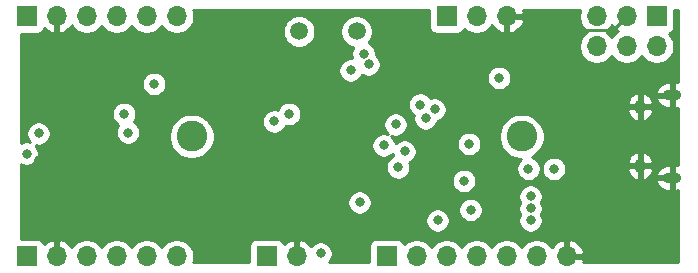
<source format=gbr>
%TF.GenerationSoftware,KiCad,Pcbnew,(5.1.9)-1*%
%TF.CreationDate,2021-05-16T17:52:49+02:00*%
%TF.ProjectId,SojournerST,536f6a6f-7572-46e6-9572-53542e6b6963,rev?*%
%TF.SameCoordinates,Original*%
%TF.FileFunction,Copper,L2,Inr*%
%TF.FilePolarity,Positive*%
%FSLAX46Y46*%
G04 Gerber Fmt 4.6, Leading zero omitted, Abs format (unit mm)*
G04 Created by KiCad (PCBNEW (5.1.9)-1) date 2021-05-16 17:52:49*
%MOMM*%
%LPD*%
G01*
G04 APERTURE LIST*
%TA.AperFunction,ComponentPad*%
%ADD10O,1.700000X1.700000*%
%TD*%
%TA.AperFunction,ComponentPad*%
%ADD11R,1.700000X1.700000*%
%TD*%
%TA.AperFunction,ComponentPad*%
%ADD12C,1.500000*%
%TD*%
%TA.AperFunction,ComponentPad*%
%ADD13O,1.550000X0.890000*%
%TD*%
%TA.AperFunction,ComponentPad*%
%ADD14O,0.950000X1.250000*%
%TD*%
%TA.AperFunction,ComponentPad*%
%ADD15C,2.600000*%
%TD*%
%TA.AperFunction,ViaPad*%
%ADD16C,0.800000*%
%TD*%
%TA.AperFunction,Conductor*%
%ADD17C,0.254000*%
%TD*%
%TA.AperFunction,Conductor*%
%ADD18C,0.100000*%
%TD*%
G04 APERTURE END LIST*
D10*
%TO.N,GND*%
%TO.C,J3*%
X139700000Y-62230000D03*
%TO.N,UART_RX*%
X137160000Y-62230000D03*
D11*
%TO.N,UART_TX*%
X134620000Y-62230000D03*
%TD*%
D10*
%TO.N,GND*%
%TO.C,J7*%
X121920000Y-82550000D03*
D11*
%TO.N,VM*%
X119380000Y-82550000D03*
%TD*%
D10*
%TO.N,GND*%
%TO.C,J2*%
X144780000Y-82550000D03*
%TO.N,+3V3*%
X142240000Y-82550000D03*
%TO.N,BOOT0*%
X139700000Y-82550000D03*
%TO.N,SPI_MOSI*%
X137160000Y-82550000D03*
%TO.N,SPI_MISO*%
X134620000Y-82550000D03*
%TO.N,SPI_CLK*%
X132080000Y-82550000D03*
D11*
%TO.N,SPI_CS*%
X129540000Y-82550000D03*
%TD*%
D12*
%TO.N,HSE_OUT*%
%TO.C,Y1*%
X122120000Y-63500000D03*
%TO.N,HSE_IN*%
X127000000Y-63500000D03*
%TD*%
D10*
%TO.N,M2_OUT2*%
%TO.C,J6*%
X111760000Y-82550000D03*
%TO.N,+3V3*%
X109220000Y-82550000D03*
%TO.N,M2_ENCB*%
X106680000Y-82550000D03*
%TO.N,M2_ENCA*%
X104140000Y-82550000D03*
%TO.N,GND*%
X101600000Y-82550000D03*
D11*
%TO.N,M2_OUT1*%
X99060000Y-82550000D03*
%TD*%
D10*
%TO.N,M1_OUT2*%
%TO.C,J5*%
X111760000Y-62230000D03*
%TO.N,+3V3*%
X109220000Y-62230000D03*
%TO.N,M1_ENCB*%
X106680000Y-62230000D03*
%TO.N,M1_ENCA*%
X104140000Y-62230000D03*
%TO.N,GND*%
X101600000Y-62230000D03*
D11*
%TO.N,M1_OUT1*%
X99060000Y-62230000D03*
%TD*%
D10*
%TO.N,SWO*%
%TO.C,J4*%
X147320000Y-64770000D03*
%TO.N,NRST*%
X147320000Y-62230000D03*
%TO.N,SWDIO*%
X149860000Y-64770000D03*
%TO.N,GND*%
X149860000Y-62230000D03*
%TO.N,SWCLK*%
X152400000Y-64770000D03*
D11*
%TO.N,+3V3*%
X152400000Y-62230000D03*
%TD*%
D13*
%TO.N,GND*%
%TO.C,J1*%
X153700000Y-68890000D03*
X153700000Y-75890000D03*
D14*
X151000000Y-69890000D03*
X151000000Y-74890000D03*
%TD*%
D15*
%TO.N,N/C*%
%TO.C,H2*%
X140970000Y-72390000D03*
%TD*%
%TO.N,N/C*%
%TO.C,H1*%
X113030000Y-72390000D03*
%TD*%
D16*
%TO.N,GND*%
X110490000Y-72390000D03*
X118745000Y-76835000D03*
X118745000Y-67945000D03*
X131826000Y-78232000D03*
X139700000Y-79248000D03*
X147828000Y-73914000D03*
X100139500Y-74358500D03*
X128524000Y-69596000D03*
X114046000Y-80772000D03*
X133350000Y-65532000D03*
X124839442Y-66802000D03*
X100139500Y-70421500D03*
%TO.N,BOOT0*%
X136652000Y-78613000D03*
X130302000Y-71374000D03*
%TO.N,M1_ENCB*%
X127596304Y-65386322D03*
%TO.N,M1_ENCA*%
X128016000Y-66293996D03*
%TO.N,M2_ENCA*%
X129285998Y-73151998D03*
%TO.N,SWDIO*%
X139065000Y-67437000D03*
%TO.N,M2_ENCB*%
X131063990Y-73660000D03*
%TO.N,+3V3*%
X107315000Y-70485000D03*
X109855000Y-67945000D03*
X123952000Y-82296000D03*
X133858000Y-79502000D03*
X141536999Y-75125001D03*
X143695999Y-75125001D03*
X136067000Y-76150000D03*
X99060000Y-73850500D03*
X126491992Y-66802000D03*
%TO.N,VM*%
X141732000Y-79502000D03*
X141732000Y-78486000D03*
X141732000Y-77470000D03*
%TO.N,M1_IN2*%
X121285000Y-70485000D03*
X132380313Y-69688179D03*
%TO.N,M1_IN1*%
X120015000Y-71120000D03*
X132842000Y-70866000D03*
%TO.N,LED_STATUS*%
X127254000Y-77978000D03*
X130509294Y-75000060D03*
%TO.N,UART_TX*%
X133604000Y-70103994D03*
%TO.N,UART_RX*%
X136525000Y-73025000D03*
%TO.N,Net-(R2-Pad2)*%
X100076000Y-72136000D03*
X107640000Y-72065000D03*
%TD*%
D17*
%TO.N,GND*%
X148682999Y-63407001D02*
X146523999Y-63407001D01*
X149860000Y-62230000D02*
X148682999Y-63407001D01*
%TD*%
%TO.N,GND*%
X133131928Y-63080000D02*
X133144188Y-63204482D01*
X133180498Y-63324180D01*
X133239463Y-63434494D01*
X133318815Y-63531185D01*
X133415506Y-63610537D01*
X133525820Y-63669502D01*
X133645518Y-63705812D01*
X133770000Y-63718072D01*
X135470000Y-63718072D01*
X135594482Y-63705812D01*
X135714180Y-63669502D01*
X135824494Y-63610537D01*
X135921185Y-63531185D01*
X136000537Y-63434494D01*
X136059502Y-63324180D01*
X136081513Y-63251620D01*
X136213368Y-63383475D01*
X136456589Y-63545990D01*
X136726842Y-63657932D01*
X137013740Y-63715000D01*
X137306260Y-63715000D01*
X137593158Y-63657932D01*
X137863411Y-63545990D01*
X138106632Y-63383475D01*
X138313475Y-63176632D01*
X138435195Y-62994466D01*
X138504822Y-63111355D01*
X138699731Y-63327588D01*
X138933080Y-63501641D01*
X139195901Y-63626825D01*
X139343110Y-63671476D01*
X139573000Y-63550155D01*
X139573000Y-62357000D01*
X139827000Y-62357000D01*
X139827000Y-63550155D01*
X140056890Y-63671476D01*
X140204099Y-63626825D01*
X140466920Y-63501641D01*
X140700269Y-63327588D01*
X140895178Y-63111355D01*
X141044157Y-62861252D01*
X141141481Y-62586891D01*
X141020814Y-62357000D01*
X139827000Y-62357000D01*
X139573000Y-62357000D01*
X139553000Y-62357000D01*
X139553000Y-62103000D01*
X139573000Y-62103000D01*
X139573000Y-62083000D01*
X139827000Y-62083000D01*
X139827000Y-62103000D01*
X141020814Y-62103000D01*
X141141481Y-61873109D01*
X141087878Y-61722000D01*
X145923068Y-61722000D01*
X145892068Y-61796842D01*
X145835000Y-62083740D01*
X145835000Y-62376260D01*
X145892068Y-62663158D01*
X146004010Y-62933411D01*
X146166525Y-63176632D01*
X146373368Y-63383475D01*
X146547760Y-63500000D01*
X146373368Y-63616525D01*
X146166525Y-63823368D01*
X146004010Y-64066589D01*
X145892068Y-64336842D01*
X145835000Y-64623740D01*
X145835000Y-64916260D01*
X145892068Y-65203158D01*
X146004010Y-65473411D01*
X146166525Y-65716632D01*
X146373368Y-65923475D01*
X146616589Y-66085990D01*
X146886842Y-66197932D01*
X147173740Y-66255000D01*
X147466260Y-66255000D01*
X147753158Y-66197932D01*
X148023411Y-66085990D01*
X148266632Y-65923475D01*
X148473475Y-65716632D01*
X148590000Y-65542240D01*
X148706525Y-65716632D01*
X148913368Y-65923475D01*
X149156589Y-66085990D01*
X149426842Y-66197932D01*
X149713740Y-66255000D01*
X150006260Y-66255000D01*
X150293158Y-66197932D01*
X150563411Y-66085990D01*
X150806632Y-65923475D01*
X151013475Y-65716632D01*
X151130000Y-65542240D01*
X151246525Y-65716632D01*
X151453368Y-65923475D01*
X151696589Y-66085990D01*
X151966842Y-66197932D01*
X152253740Y-66255000D01*
X152546260Y-66255000D01*
X152833158Y-66197932D01*
X153103411Y-66085990D01*
X153346632Y-65923475D01*
X153553475Y-65716632D01*
X153715990Y-65473411D01*
X153827932Y-65203158D01*
X153885000Y-64916260D01*
X153885000Y-64623740D01*
X153827932Y-64336842D01*
X153715990Y-64066589D01*
X153553475Y-63823368D01*
X153421620Y-63691513D01*
X153494180Y-63669502D01*
X153604494Y-63610537D01*
X153701185Y-63531185D01*
X153780537Y-63434494D01*
X153839502Y-63324180D01*
X153875812Y-63204482D01*
X153888072Y-63080000D01*
X153888072Y-61722000D01*
X154178000Y-61722000D01*
X154178000Y-67814591D01*
X154157000Y-67810000D01*
X153827000Y-67810000D01*
X153827000Y-68763000D01*
X153847000Y-68763000D01*
X153847000Y-69017000D01*
X153827000Y-69017000D01*
X153827000Y-69970000D01*
X154157000Y-69970000D01*
X154178000Y-69965409D01*
X154178000Y-74814591D01*
X154157000Y-74810000D01*
X153827000Y-74810000D01*
X153827000Y-75763000D01*
X153847000Y-75763000D01*
X153847000Y-76017000D01*
X153827000Y-76017000D01*
X153827000Y-76970000D01*
X154157000Y-76970000D01*
X154178000Y-76965409D01*
X154178000Y-83058000D01*
X146167878Y-83058000D01*
X146221481Y-82906891D01*
X146100814Y-82677000D01*
X144907000Y-82677000D01*
X144907000Y-82697000D01*
X144653000Y-82697000D01*
X144653000Y-82677000D01*
X144633000Y-82677000D01*
X144633000Y-82423000D01*
X144653000Y-82423000D01*
X144653000Y-81229845D01*
X144907000Y-81229845D01*
X144907000Y-82423000D01*
X146100814Y-82423000D01*
X146221481Y-82193109D01*
X146124157Y-81918748D01*
X145975178Y-81668645D01*
X145780269Y-81452412D01*
X145546920Y-81278359D01*
X145284099Y-81153175D01*
X145136890Y-81108524D01*
X144907000Y-81229845D01*
X144653000Y-81229845D01*
X144423110Y-81108524D01*
X144275901Y-81153175D01*
X144013080Y-81278359D01*
X143779731Y-81452412D01*
X143584822Y-81668645D01*
X143515195Y-81785534D01*
X143393475Y-81603368D01*
X143186632Y-81396525D01*
X142943411Y-81234010D01*
X142673158Y-81122068D01*
X142386260Y-81065000D01*
X142093740Y-81065000D01*
X141806842Y-81122068D01*
X141536589Y-81234010D01*
X141293368Y-81396525D01*
X141086525Y-81603368D01*
X140970000Y-81777760D01*
X140853475Y-81603368D01*
X140646632Y-81396525D01*
X140403411Y-81234010D01*
X140133158Y-81122068D01*
X139846260Y-81065000D01*
X139553740Y-81065000D01*
X139266842Y-81122068D01*
X138996589Y-81234010D01*
X138753368Y-81396525D01*
X138546525Y-81603368D01*
X138430000Y-81777760D01*
X138313475Y-81603368D01*
X138106632Y-81396525D01*
X137863411Y-81234010D01*
X137593158Y-81122068D01*
X137306260Y-81065000D01*
X137013740Y-81065000D01*
X136726842Y-81122068D01*
X136456589Y-81234010D01*
X136213368Y-81396525D01*
X136006525Y-81603368D01*
X135890000Y-81777760D01*
X135773475Y-81603368D01*
X135566632Y-81396525D01*
X135323411Y-81234010D01*
X135053158Y-81122068D01*
X134766260Y-81065000D01*
X134473740Y-81065000D01*
X134186842Y-81122068D01*
X133916589Y-81234010D01*
X133673368Y-81396525D01*
X133466525Y-81603368D01*
X133350000Y-81777760D01*
X133233475Y-81603368D01*
X133026632Y-81396525D01*
X132783411Y-81234010D01*
X132513158Y-81122068D01*
X132226260Y-81065000D01*
X131933740Y-81065000D01*
X131646842Y-81122068D01*
X131376589Y-81234010D01*
X131133368Y-81396525D01*
X131001513Y-81528380D01*
X130979502Y-81455820D01*
X130920537Y-81345506D01*
X130841185Y-81248815D01*
X130744494Y-81169463D01*
X130634180Y-81110498D01*
X130514482Y-81074188D01*
X130390000Y-81061928D01*
X128690000Y-81061928D01*
X128565518Y-81074188D01*
X128445820Y-81110498D01*
X128335506Y-81169463D01*
X128238815Y-81248815D01*
X128159463Y-81345506D01*
X128100498Y-81455820D01*
X128064188Y-81575518D01*
X128051928Y-81700000D01*
X128051928Y-83058000D01*
X124653711Y-83058000D01*
X124755937Y-82955774D01*
X124869205Y-82786256D01*
X124947226Y-82597898D01*
X124987000Y-82397939D01*
X124987000Y-82194061D01*
X124947226Y-81994102D01*
X124869205Y-81805744D01*
X124755937Y-81636226D01*
X124611774Y-81492063D01*
X124442256Y-81378795D01*
X124253898Y-81300774D01*
X124053939Y-81261000D01*
X123850061Y-81261000D01*
X123650102Y-81300774D01*
X123461744Y-81378795D01*
X123292226Y-81492063D01*
X123148063Y-81636226D01*
X123120468Y-81677525D01*
X123115178Y-81668645D01*
X122920269Y-81452412D01*
X122686920Y-81278359D01*
X122424099Y-81153175D01*
X122276890Y-81108524D01*
X122047000Y-81229845D01*
X122047000Y-82423000D01*
X122067000Y-82423000D01*
X122067000Y-82677000D01*
X122047000Y-82677000D01*
X122047000Y-82697000D01*
X121793000Y-82697000D01*
X121793000Y-82677000D01*
X121773000Y-82677000D01*
X121773000Y-82423000D01*
X121793000Y-82423000D01*
X121793000Y-81229845D01*
X121563110Y-81108524D01*
X121415901Y-81153175D01*
X121153080Y-81278359D01*
X120919731Y-81452412D01*
X120843966Y-81536466D01*
X120819502Y-81455820D01*
X120760537Y-81345506D01*
X120681185Y-81248815D01*
X120584494Y-81169463D01*
X120474180Y-81110498D01*
X120354482Y-81074188D01*
X120230000Y-81061928D01*
X118530000Y-81061928D01*
X118405518Y-81074188D01*
X118285820Y-81110498D01*
X118175506Y-81169463D01*
X118078815Y-81248815D01*
X117999463Y-81345506D01*
X117940498Y-81455820D01*
X117904188Y-81575518D01*
X117891928Y-81700000D01*
X117891928Y-83058000D01*
X113156932Y-83058000D01*
X113187932Y-82983158D01*
X113245000Y-82696260D01*
X113245000Y-82403740D01*
X113187932Y-82116842D01*
X113075990Y-81846589D01*
X112913475Y-81603368D01*
X112706632Y-81396525D01*
X112463411Y-81234010D01*
X112193158Y-81122068D01*
X111906260Y-81065000D01*
X111613740Y-81065000D01*
X111326842Y-81122068D01*
X111056589Y-81234010D01*
X110813368Y-81396525D01*
X110606525Y-81603368D01*
X110490000Y-81777760D01*
X110373475Y-81603368D01*
X110166632Y-81396525D01*
X109923411Y-81234010D01*
X109653158Y-81122068D01*
X109366260Y-81065000D01*
X109073740Y-81065000D01*
X108786842Y-81122068D01*
X108516589Y-81234010D01*
X108273368Y-81396525D01*
X108066525Y-81603368D01*
X107950000Y-81777760D01*
X107833475Y-81603368D01*
X107626632Y-81396525D01*
X107383411Y-81234010D01*
X107113158Y-81122068D01*
X106826260Y-81065000D01*
X106533740Y-81065000D01*
X106246842Y-81122068D01*
X105976589Y-81234010D01*
X105733368Y-81396525D01*
X105526525Y-81603368D01*
X105410000Y-81777760D01*
X105293475Y-81603368D01*
X105086632Y-81396525D01*
X104843411Y-81234010D01*
X104573158Y-81122068D01*
X104286260Y-81065000D01*
X103993740Y-81065000D01*
X103706842Y-81122068D01*
X103436589Y-81234010D01*
X103193368Y-81396525D01*
X102986525Y-81603368D01*
X102864805Y-81785534D01*
X102795178Y-81668645D01*
X102600269Y-81452412D01*
X102366920Y-81278359D01*
X102104099Y-81153175D01*
X101956890Y-81108524D01*
X101727000Y-81229845D01*
X101727000Y-82423000D01*
X101747000Y-82423000D01*
X101747000Y-82677000D01*
X101727000Y-82677000D01*
X101727000Y-82697000D01*
X101473000Y-82697000D01*
X101473000Y-82677000D01*
X101453000Y-82677000D01*
X101453000Y-82423000D01*
X101473000Y-82423000D01*
X101473000Y-81229845D01*
X101243110Y-81108524D01*
X101095901Y-81153175D01*
X100833080Y-81278359D01*
X100599731Y-81452412D01*
X100523966Y-81536466D01*
X100499502Y-81455820D01*
X100440537Y-81345506D01*
X100361185Y-81248815D01*
X100264494Y-81169463D01*
X100154180Y-81110498D01*
X100034482Y-81074188D01*
X99910000Y-81061928D01*
X98552000Y-81061928D01*
X98552000Y-79400061D01*
X132823000Y-79400061D01*
X132823000Y-79603939D01*
X132862774Y-79803898D01*
X132940795Y-79992256D01*
X133054063Y-80161774D01*
X133198226Y-80305937D01*
X133367744Y-80419205D01*
X133556102Y-80497226D01*
X133756061Y-80537000D01*
X133959939Y-80537000D01*
X134159898Y-80497226D01*
X134348256Y-80419205D01*
X134517774Y-80305937D01*
X134661937Y-80161774D01*
X134775205Y-79992256D01*
X134853226Y-79803898D01*
X134893000Y-79603939D01*
X134893000Y-79400061D01*
X134853226Y-79200102D01*
X134775205Y-79011744D01*
X134661937Y-78842226D01*
X134517774Y-78698063D01*
X134348256Y-78584795D01*
X134170248Y-78511061D01*
X135617000Y-78511061D01*
X135617000Y-78714939D01*
X135656774Y-78914898D01*
X135734795Y-79103256D01*
X135848063Y-79272774D01*
X135992226Y-79416937D01*
X136161744Y-79530205D01*
X136350102Y-79608226D01*
X136550061Y-79648000D01*
X136753939Y-79648000D01*
X136953898Y-79608226D01*
X137142256Y-79530205D01*
X137311774Y-79416937D01*
X137455937Y-79272774D01*
X137569205Y-79103256D01*
X137647226Y-78914898D01*
X137687000Y-78714939D01*
X137687000Y-78511061D01*
X137647226Y-78311102D01*
X137569205Y-78122744D01*
X137455937Y-77953226D01*
X137311774Y-77809063D01*
X137142256Y-77695795D01*
X136953898Y-77617774D01*
X136753939Y-77578000D01*
X136550061Y-77578000D01*
X136350102Y-77617774D01*
X136161744Y-77695795D01*
X135992226Y-77809063D01*
X135848063Y-77953226D01*
X135734795Y-78122744D01*
X135656774Y-78311102D01*
X135617000Y-78511061D01*
X134170248Y-78511061D01*
X134159898Y-78506774D01*
X133959939Y-78467000D01*
X133756061Y-78467000D01*
X133556102Y-78506774D01*
X133367744Y-78584795D01*
X133198226Y-78698063D01*
X133054063Y-78842226D01*
X132940795Y-79011744D01*
X132862774Y-79200102D01*
X132823000Y-79400061D01*
X98552000Y-79400061D01*
X98552000Y-77876061D01*
X126219000Y-77876061D01*
X126219000Y-78079939D01*
X126258774Y-78279898D01*
X126336795Y-78468256D01*
X126450063Y-78637774D01*
X126594226Y-78781937D01*
X126763744Y-78895205D01*
X126952102Y-78973226D01*
X127152061Y-79013000D01*
X127355939Y-79013000D01*
X127555898Y-78973226D01*
X127744256Y-78895205D01*
X127913774Y-78781937D01*
X128057937Y-78637774D01*
X128171205Y-78468256D01*
X128249226Y-78279898D01*
X128289000Y-78079939D01*
X128289000Y-77876061D01*
X128249226Y-77676102D01*
X128171205Y-77487744D01*
X128091236Y-77368061D01*
X140697000Y-77368061D01*
X140697000Y-77571939D01*
X140736774Y-77771898D01*
X140814795Y-77960256D01*
X140826651Y-77978000D01*
X140814795Y-77995744D01*
X140736774Y-78184102D01*
X140697000Y-78384061D01*
X140697000Y-78587939D01*
X140736774Y-78787898D01*
X140814795Y-78976256D01*
X140826651Y-78994000D01*
X140814795Y-79011744D01*
X140736774Y-79200102D01*
X140697000Y-79400061D01*
X140697000Y-79603939D01*
X140736774Y-79803898D01*
X140814795Y-79992256D01*
X140928063Y-80161774D01*
X141072226Y-80305937D01*
X141241744Y-80419205D01*
X141430102Y-80497226D01*
X141630061Y-80537000D01*
X141833939Y-80537000D01*
X142033898Y-80497226D01*
X142222256Y-80419205D01*
X142391774Y-80305937D01*
X142535937Y-80161774D01*
X142649205Y-79992256D01*
X142727226Y-79803898D01*
X142767000Y-79603939D01*
X142767000Y-79400061D01*
X142727226Y-79200102D01*
X142649205Y-79011744D01*
X142637349Y-78994000D01*
X142649205Y-78976256D01*
X142727226Y-78787898D01*
X142767000Y-78587939D01*
X142767000Y-78384061D01*
X142727226Y-78184102D01*
X142649205Y-77995744D01*
X142637349Y-77978000D01*
X142649205Y-77960256D01*
X142727226Y-77771898D01*
X142767000Y-77571939D01*
X142767000Y-77368061D01*
X142727226Y-77168102D01*
X142649205Y-76979744D01*
X142535937Y-76810226D01*
X142391774Y-76666063D01*
X142222256Y-76552795D01*
X142033898Y-76474774D01*
X141833939Y-76435000D01*
X141630061Y-76435000D01*
X141430102Y-76474774D01*
X141241744Y-76552795D01*
X141072226Y-76666063D01*
X140928063Y-76810226D01*
X140814795Y-76979744D01*
X140736774Y-77168102D01*
X140697000Y-77368061D01*
X128091236Y-77368061D01*
X128057937Y-77318226D01*
X127913774Y-77174063D01*
X127744256Y-77060795D01*
X127555898Y-76982774D01*
X127355939Y-76943000D01*
X127152061Y-76943000D01*
X126952102Y-76982774D01*
X126763744Y-77060795D01*
X126594226Y-77174063D01*
X126450063Y-77318226D01*
X126336795Y-77487744D01*
X126258774Y-77676102D01*
X126219000Y-77876061D01*
X98552000Y-77876061D01*
X98552000Y-76048061D01*
X135032000Y-76048061D01*
X135032000Y-76251939D01*
X135071774Y-76451898D01*
X135149795Y-76640256D01*
X135263063Y-76809774D01*
X135407226Y-76953937D01*
X135576744Y-77067205D01*
X135765102Y-77145226D01*
X135965061Y-77185000D01*
X136168939Y-77185000D01*
X136368898Y-77145226D01*
X136557256Y-77067205D01*
X136726774Y-76953937D01*
X136870937Y-76809774D01*
X136984205Y-76640256D01*
X137062226Y-76451898D01*
X137102000Y-76251939D01*
X137102000Y-76183213D01*
X152330565Y-76183213D01*
X152401454Y-76384420D01*
X152516521Y-76563874D01*
X152664387Y-76717431D01*
X152839369Y-76839190D01*
X153034743Y-76924472D01*
X153243000Y-76970000D01*
X153573000Y-76970000D01*
X153573000Y-76017000D01*
X152457546Y-76017000D01*
X152330565Y-76183213D01*
X137102000Y-76183213D01*
X137102000Y-76048061D01*
X137062226Y-75848102D01*
X136984205Y-75659744D01*
X136870937Y-75490226D01*
X136726774Y-75346063D01*
X136557256Y-75232795D01*
X136368898Y-75154774D01*
X136168939Y-75115000D01*
X135965061Y-75115000D01*
X135765102Y-75154774D01*
X135576744Y-75232795D01*
X135407226Y-75346063D01*
X135263063Y-75490226D01*
X135149795Y-75659744D01*
X135071774Y-75848102D01*
X135032000Y-76048061D01*
X98552000Y-76048061D01*
X98552000Y-74755849D01*
X98569744Y-74767705D01*
X98758102Y-74845726D01*
X98958061Y-74885500D01*
X99161939Y-74885500D01*
X99361898Y-74845726D01*
X99550256Y-74767705D01*
X99719774Y-74654437D01*
X99863937Y-74510274D01*
X99977205Y-74340756D01*
X100055226Y-74152398D01*
X100095000Y-73952439D01*
X100095000Y-73748561D01*
X100055226Y-73548602D01*
X99977205Y-73360244D01*
X99863937Y-73190726D01*
X99811969Y-73138758D01*
X99974061Y-73171000D01*
X100177939Y-73171000D01*
X100377898Y-73131226D01*
X100566256Y-73053205D01*
X100735774Y-72939937D01*
X100879937Y-72795774D01*
X100993205Y-72626256D01*
X101071226Y-72437898D01*
X101111000Y-72237939D01*
X101111000Y-72034061D01*
X101071226Y-71834102D01*
X100993205Y-71645744D01*
X100879937Y-71476226D01*
X100735774Y-71332063D01*
X100566256Y-71218795D01*
X100377898Y-71140774D01*
X100177939Y-71101000D01*
X99974061Y-71101000D01*
X99774102Y-71140774D01*
X99585744Y-71218795D01*
X99416226Y-71332063D01*
X99272063Y-71476226D01*
X99158795Y-71645744D01*
X99080774Y-71834102D01*
X99041000Y-72034061D01*
X99041000Y-72237939D01*
X99080774Y-72437898D01*
X99158795Y-72626256D01*
X99272063Y-72795774D01*
X99324031Y-72847742D01*
X99161939Y-72815500D01*
X98958061Y-72815500D01*
X98758102Y-72855274D01*
X98569744Y-72933295D01*
X98552000Y-72945151D01*
X98552000Y-70383061D01*
X106280000Y-70383061D01*
X106280000Y-70586939D01*
X106319774Y-70786898D01*
X106397795Y-70975256D01*
X106511063Y-71144774D01*
X106655226Y-71288937D01*
X106824744Y-71402205D01*
X106835190Y-71406532D01*
X106722795Y-71574744D01*
X106644774Y-71763102D01*
X106605000Y-71963061D01*
X106605000Y-72166939D01*
X106644774Y-72366898D01*
X106722795Y-72555256D01*
X106836063Y-72724774D01*
X106980226Y-72868937D01*
X107149744Y-72982205D01*
X107338102Y-73060226D01*
X107538061Y-73100000D01*
X107741939Y-73100000D01*
X107941898Y-73060226D01*
X108130256Y-72982205D01*
X108299774Y-72868937D01*
X108443937Y-72724774D01*
X108557205Y-72555256D01*
X108635226Y-72366898D01*
X108668539Y-72199419D01*
X111095000Y-72199419D01*
X111095000Y-72580581D01*
X111169361Y-72954419D01*
X111315225Y-73306566D01*
X111526987Y-73623491D01*
X111796509Y-73893013D01*
X112113434Y-74104775D01*
X112465581Y-74250639D01*
X112839419Y-74325000D01*
X113220581Y-74325000D01*
X113594419Y-74250639D01*
X113946566Y-74104775D01*
X114263491Y-73893013D01*
X114533013Y-73623491D01*
X114744775Y-73306566D01*
X114851023Y-73050059D01*
X128250998Y-73050059D01*
X128250998Y-73253937D01*
X128290772Y-73453896D01*
X128368793Y-73642254D01*
X128482061Y-73811772D01*
X128626224Y-73955935D01*
X128795742Y-74069203D01*
X128984100Y-74147224D01*
X129184059Y-74186998D01*
X129387937Y-74186998D01*
X129587896Y-74147224D01*
X129776254Y-74069203D01*
X129945772Y-73955935D01*
X130047369Y-73854338D01*
X130068764Y-73961898D01*
X130104247Y-74047560D01*
X130019038Y-74082855D01*
X129849520Y-74196123D01*
X129705357Y-74340286D01*
X129592089Y-74509804D01*
X129514068Y-74698162D01*
X129474294Y-74898121D01*
X129474294Y-75101999D01*
X129514068Y-75301958D01*
X129592089Y-75490316D01*
X129705357Y-75659834D01*
X129849520Y-75803997D01*
X130019038Y-75917265D01*
X130207396Y-75995286D01*
X130407355Y-76035060D01*
X130611233Y-76035060D01*
X130811192Y-75995286D01*
X130999550Y-75917265D01*
X131169068Y-75803997D01*
X131313231Y-75659834D01*
X131426499Y-75490316D01*
X131504520Y-75301958D01*
X131544294Y-75101999D01*
X131544294Y-74898121D01*
X131504520Y-74698162D01*
X131469037Y-74612500D01*
X131554246Y-74577205D01*
X131723764Y-74463937D01*
X131867927Y-74319774D01*
X131981195Y-74150256D01*
X132059216Y-73961898D01*
X132098990Y-73761939D01*
X132098990Y-73558061D01*
X132059216Y-73358102D01*
X131981195Y-73169744D01*
X131867927Y-73000226D01*
X131790762Y-72923061D01*
X135490000Y-72923061D01*
X135490000Y-73126939D01*
X135529774Y-73326898D01*
X135607795Y-73515256D01*
X135721063Y-73684774D01*
X135865226Y-73828937D01*
X136034744Y-73942205D01*
X136223102Y-74020226D01*
X136423061Y-74060000D01*
X136626939Y-74060000D01*
X136826898Y-74020226D01*
X137015256Y-73942205D01*
X137184774Y-73828937D01*
X137328937Y-73684774D01*
X137442205Y-73515256D01*
X137520226Y-73326898D01*
X137560000Y-73126939D01*
X137560000Y-72923061D01*
X137520226Y-72723102D01*
X137442205Y-72534744D01*
X137328937Y-72365226D01*
X137184774Y-72221063D01*
X137152382Y-72199419D01*
X139035000Y-72199419D01*
X139035000Y-72580581D01*
X139109361Y-72954419D01*
X139255225Y-73306566D01*
X139466987Y-73623491D01*
X139736509Y-73893013D01*
X140053434Y-74104775D01*
X140405581Y-74250639D01*
X140779419Y-74325000D01*
X140873289Y-74325000D01*
X140733062Y-74465227D01*
X140619794Y-74634745D01*
X140541773Y-74823103D01*
X140501999Y-75023062D01*
X140501999Y-75226940D01*
X140541773Y-75426899D01*
X140619794Y-75615257D01*
X140733062Y-75784775D01*
X140877225Y-75928938D01*
X141046743Y-76042206D01*
X141235101Y-76120227D01*
X141435060Y-76160001D01*
X141638938Y-76160001D01*
X141838897Y-76120227D01*
X142027255Y-76042206D01*
X142196773Y-75928938D01*
X142340936Y-75784775D01*
X142454204Y-75615257D01*
X142532225Y-75426899D01*
X142571999Y-75226940D01*
X142571999Y-75023062D01*
X142660999Y-75023062D01*
X142660999Y-75226940D01*
X142700773Y-75426899D01*
X142778794Y-75615257D01*
X142892062Y-75784775D01*
X143036225Y-75928938D01*
X143205743Y-76042206D01*
X143394101Y-76120227D01*
X143594060Y-76160001D01*
X143797938Y-76160001D01*
X143997897Y-76120227D01*
X144186255Y-76042206D01*
X144355773Y-75928938D01*
X144499936Y-75784775D01*
X144613204Y-75615257D01*
X144691225Y-75426899D01*
X144730999Y-75226940D01*
X144730999Y-75191131D01*
X149898770Y-75191131D01*
X149949414Y-75403066D01*
X150040431Y-75601049D01*
X150168324Y-75777471D01*
X150328178Y-75925553D01*
X150513850Y-76039603D01*
X150702062Y-76109268D01*
X150873000Y-75982734D01*
X150873000Y-75017000D01*
X151127000Y-75017000D01*
X151127000Y-75982734D01*
X151297938Y-76109268D01*
X151486150Y-76039603D01*
X151671822Y-75925553D01*
X151831676Y-75777471D01*
X151959569Y-75601049D01*
X151961528Y-75596787D01*
X152330565Y-75596787D01*
X152457546Y-75763000D01*
X153573000Y-75763000D01*
X153573000Y-74810000D01*
X153243000Y-74810000D01*
X153034743Y-74855528D01*
X152839369Y-74940810D01*
X152664387Y-75062569D01*
X152516521Y-75216126D01*
X152401454Y-75395580D01*
X152330565Y-75596787D01*
X151961528Y-75596787D01*
X152050586Y-75403066D01*
X152101230Y-75191131D01*
X151952564Y-75017000D01*
X151127000Y-75017000D01*
X150873000Y-75017000D01*
X150047436Y-75017000D01*
X149898770Y-75191131D01*
X144730999Y-75191131D01*
X144730999Y-75023062D01*
X144691225Y-74823103D01*
X144613204Y-74634745D01*
X144582551Y-74588869D01*
X149898770Y-74588869D01*
X150047436Y-74763000D01*
X150873000Y-74763000D01*
X150873000Y-73797266D01*
X151127000Y-73797266D01*
X151127000Y-74763000D01*
X151952564Y-74763000D01*
X152101230Y-74588869D01*
X152050586Y-74376934D01*
X151959569Y-74178951D01*
X151831676Y-74002529D01*
X151671822Y-73854447D01*
X151486150Y-73740397D01*
X151297938Y-73670732D01*
X151127000Y-73797266D01*
X150873000Y-73797266D01*
X150702062Y-73670732D01*
X150513850Y-73740397D01*
X150328178Y-73854447D01*
X150168324Y-74002529D01*
X150040431Y-74178951D01*
X149949414Y-74376934D01*
X149898770Y-74588869D01*
X144582551Y-74588869D01*
X144499936Y-74465227D01*
X144355773Y-74321064D01*
X144186255Y-74207796D01*
X143997897Y-74129775D01*
X143797938Y-74090001D01*
X143594060Y-74090001D01*
X143394101Y-74129775D01*
X143205743Y-74207796D01*
X143036225Y-74321064D01*
X142892062Y-74465227D01*
X142778794Y-74634745D01*
X142700773Y-74823103D01*
X142660999Y-75023062D01*
X142571999Y-75023062D01*
X142532225Y-74823103D01*
X142454204Y-74634745D01*
X142340936Y-74465227D01*
X142196773Y-74321064D01*
X142027255Y-74207796D01*
X141838897Y-74129775D01*
X141830326Y-74128070D01*
X141886566Y-74104775D01*
X142203491Y-73893013D01*
X142473013Y-73623491D01*
X142684775Y-73306566D01*
X142830639Y-72954419D01*
X142905000Y-72580581D01*
X142905000Y-72199419D01*
X142830639Y-71825581D01*
X142684775Y-71473434D01*
X142473013Y-71156509D01*
X142203491Y-70886987D01*
X141886566Y-70675225D01*
X141534419Y-70529361D01*
X141160581Y-70455000D01*
X140779419Y-70455000D01*
X140405581Y-70529361D01*
X140053434Y-70675225D01*
X139736509Y-70886987D01*
X139466987Y-71156509D01*
X139255225Y-71473434D01*
X139109361Y-71825581D01*
X139035000Y-72199419D01*
X137152382Y-72199419D01*
X137015256Y-72107795D01*
X136826898Y-72029774D01*
X136626939Y-71990000D01*
X136423061Y-71990000D01*
X136223102Y-72029774D01*
X136034744Y-72107795D01*
X135865226Y-72221063D01*
X135721063Y-72365226D01*
X135607795Y-72534744D01*
X135529774Y-72723102D01*
X135490000Y-72923061D01*
X131790762Y-72923061D01*
X131723764Y-72856063D01*
X131554246Y-72742795D01*
X131365888Y-72664774D01*
X131165929Y-72625000D01*
X130962051Y-72625000D01*
X130762092Y-72664774D01*
X130573734Y-72742795D01*
X130404216Y-72856063D01*
X130302619Y-72957660D01*
X130281224Y-72850100D01*
X130203203Y-72661742D01*
X130089935Y-72492224D01*
X129945772Y-72348061D01*
X129940498Y-72344537D01*
X130000102Y-72369226D01*
X130200061Y-72409000D01*
X130403939Y-72409000D01*
X130603898Y-72369226D01*
X130792256Y-72291205D01*
X130961774Y-72177937D01*
X131105937Y-72033774D01*
X131219205Y-71864256D01*
X131297226Y-71675898D01*
X131337000Y-71475939D01*
X131337000Y-71272061D01*
X131297226Y-71072102D01*
X131219205Y-70883744D01*
X131105937Y-70714226D01*
X130961774Y-70570063D01*
X130792256Y-70456795D01*
X130603898Y-70378774D01*
X130403939Y-70339000D01*
X130200061Y-70339000D01*
X130000102Y-70378774D01*
X129811744Y-70456795D01*
X129642226Y-70570063D01*
X129498063Y-70714226D01*
X129384795Y-70883744D01*
X129306774Y-71072102D01*
X129267000Y-71272061D01*
X129267000Y-71475939D01*
X129306774Y-71675898D01*
X129384795Y-71864256D01*
X129498063Y-72033774D01*
X129642226Y-72177937D01*
X129647500Y-72181461D01*
X129587896Y-72156772D01*
X129387937Y-72116998D01*
X129184059Y-72116998D01*
X128984100Y-72156772D01*
X128795742Y-72234793D01*
X128626224Y-72348061D01*
X128482061Y-72492224D01*
X128368793Y-72661742D01*
X128290772Y-72850100D01*
X128250998Y-73050059D01*
X114851023Y-73050059D01*
X114890639Y-72954419D01*
X114965000Y-72580581D01*
X114965000Y-72199419D01*
X114890639Y-71825581D01*
X114744775Y-71473434D01*
X114533013Y-71156509D01*
X114394565Y-71018061D01*
X118980000Y-71018061D01*
X118980000Y-71221939D01*
X119019774Y-71421898D01*
X119097795Y-71610256D01*
X119211063Y-71779774D01*
X119355226Y-71923937D01*
X119524744Y-72037205D01*
X119713102Y-72115226D01*
X119913061Y-72155000D01*
X120116939Y-72155000D01*
X120316898Y-72115226D01*
X120505256Y-72037205D01*
X120674774Y-71923937D01*
X120818937Y-71779774D01*
X120932205Y-71610256D01*
X120985840Y-71480771D01*
X121183061Y-71520000D01*
X121386939Y-71520000D01*
X121586898Y-71480226D01*
X121775256Y-71402205D01*
X121944774Y-71288937D01*
X122088937Y-71144774D01*
X122202205Y-70975256D01*
X122280226Y-70786898D01*
X122320000Y-70586939D01*
X122320000Y-70383061D01*
X122280226Y-70183102D01*
X122202205Y-69994744D01*
X122088937Y-69825226D01*
X121944774Y-69681063D01*
X121802861Y-69586240D01*
X131345313Y-69586240D01*
X131345313Y-69790118D01*
X131385087Y-69990077D01*
X131463108Y-70178435D01*
X131576376Y-70347953D01*
X131720539Y-70492116D01*
X131844604Y-70575013D01*
X131807000Y-70764061D01*
X131807000Y-70967939D01*
X131846774Y-71167898D01*
X131924795Y-71356256D01*
X132038063Y-71525774D01*
X132182226Y-71669937D01*
X132351744Y-71783205D01*
X132540102Y-71861226D01*
X132740061Y-71901000D01*
X132943939Y-71901000D01*
X133143898Y-71861226D01*
X133332256Y-71783205D01*
X133501774Y-71669937D01*
X133645937Y-71525774D01*
X133759205Y-71356256D01*
X133837226Y-71167898D01*
X133848621Y-71110613D01*
X133905898Y-71099220D01*
X134094256Y-71021199D01*
X134263774Y-70907931D01*
X134407937Y-70763768D01*
X134521205Y-70594250D01*
X134599226Y-70405892D01*
X134639000Y-70205933D01*
X134639000Y-70191131D01*
X149898770Y-70191131D01*
X149949414Y-70403066D01*
X150040431Y-70601049D01*
X150168324Y-70777471D01*
X150328178Y-70925553D01*
X150513850Y-71039603D01*
X150702062Y-71109268D01*
X150873000Y-70982734D01*
X150873000Y-70017000D01*
X151127000Y-70017000D01*
X151127000Y-70982734D01*
X151297938Y-71109268D01*
X151486150Y-71039603D01*
X151671822Y-70925553D01*
X151831676Y-70777471D01*
X151959569Y-70601049D01*
X152050586Y-70403066D01*
X152101230Y-70191131D01*
X151952564Y-70017000D01*
X151127000Y-70017000D01*
X150873000Y-70017000D01*
X150047436Y-70017000D01*
X149898770Y-70191131D01*
X134639000Y-70191131D01*
X134639000Y-70002055D01*
X134599226Y-69802096D01*
X134521205Y-69613738D01*
X134504589Y-69588869D01*
X149898770Y-69588869D01*
X150047436Y-69763000D01*
X150873000Y-69763000D01*
X150873000Y-68797266D01*
X151127000Y-68797266D01*
X151127000Y-69763000D01*
X151952564Y-69763000D01*
X152101230Y-69588869D01*
X152050586Y-69376934D01*
X151961529Y-69183213D01*
X152330565Y-69183213D01*
X152401454Y-69384420D01*
X152516521Y-69563874D01*
X152664387Y-69717431D01*
X152839369Y-69839190D01*
X153034743Y-69924472D01*
X153243000Y-69970000D01*
X153573000Y-69970000D01*
X153573000Y-69017000D01*
X152457546Y-69017000D01*
X152330565Y-69183213D01*
X151961529Y-69183213D01*
X151959569Y-69178951D01*
X151831676Y-69002529D01*
X151671822Y-68854447D01*
X151486150Y-68740397D01*
X151297938Y-68670732D01*
X151127000Y-68797266D01*
X150873000Y-68797266D01*
X150702062Y-68670732D01*
X150513850Y-68740397D01*
X150328178Y-68854447D01*
X150168324Y-69002529D01*
X150040431Y-69178951D01*
X149949414Y-69376934D01*
X149898770Y-69588869D01*
X134504589Y-69588869D01*
X134407937Y-69444220D01*
X134263774Y-69300057D01*
X134094256Y-69186789D01*
X133905898Y-69108768D01*
X133705939Y-69068994D01*
X133502061Y-69068994D01*
X133302102Y-69108768D01*
X133251854Y-69129582D01*
X133184250Y-69028405D01*
X133040087Y-68884242D01*
X132870569Y-68770974D01*
X132682211Y-68692953D01*
X132482252Y-68653179D01*
X132278374Y-68653179D01*
X132078415Y-68692953D01*
X131890057Y-68770974D01*
X131720539Y-68884242D01*
X131576376Y-69028405D01*
X131463108Y-69197923D01*
X131385087Y-69386281D01*
X131345313Y-69586240D01*
X121802861Y-69586240D01*
X121775256Y-69567795D01*
X121586898Y-69489774D01*
X121386939Y-69450000D01*
X121183061Y-69450000D01*
X120983102Y-69489774D01*
X120794744Y-69567795D01*
X120625226Y-69681063D01*
X120481063Y-69825226D01*
X120367795Y-69994744D01*
X120314160Y-70124229D01*
X120116939Y-70085000D01*
X119913061Y-70085000D01*
X119713102Y-70124774D01*
X119524744Y-70202795D01*
X119355226Y-70316063D01*
X119211063Y-70460226D01*
X119097795Y-70629744D01*
X119019774Y-70818102D01*
X118980000Y-71018061D01*
X114394565Y-71018061D01*
X114263491Y-70886987D01*
X113946566Y-70675225D01*
X113594419Y-70529361D01*
X113220581Y-70455000D01*
X112839419Y-70455000D01*
X112465581Y-70529361D01*
X112113434Y-70675225D01*
X111796509Y-70886987D01*
X111526987Y-71156509D01*
X111315225Y-71473434D01*
X111169361Y-71825581D01*
X111095000Y-72199419D01*
X108668539Y-72199419D01*
X108675000Y-72166939D01*
X108675000Y-71963061D01*
X108635226Y-71763102D01*
X108557205Y-71574744D01*
X108443937Y-71405226D01*
X108299774Y-71261063D01*
X108130256Y-71147795D01*
X108119810Y-71143468D01*
X108232205Y-70975256D01*
X108310226Y-70786898D01*
X108350000Y-70586939D01*
X108350000Y-70383061D01*
X108310226Y-70183102D01*
X108232205Y-69994744D01*
X108118937Y-69825226D01*
X107974774Y-69681063D01*
X107805256Y-69567795D01*
X107616898Y-69489774D01*
X107416939Y-69450000D01*
X107213061Y-69450000D01*
X107013102Y-69489774D01*
X106824744Y-69567795D01*
X106655226Y-69681063D01*
X106511063Y-69825226D01*
X106397795Y-69994744D01*
X106319774Y-70183102D01*
X106280000Y-70383061D01*
X98552000Y-70383061D01*
X98552000Y-67843061D01*
X108820000Y-67843061D01*
X108820000Y-68046939D01*
X108859774Y-68246898D01*
X108937795Y-68435256D01*
X109051063Y-68604774D01*
X109195226Y-68748937D01*
X109364744Y-68862205D01*
X109553102Y-68940226D01*
X109753061Y-68980000D01*
X109956939Y-68980000D01*
X110156898Y-68940226D01*
X110345256Y-68862205D01*
X110514774Y-68748937D01*
X110658937Y-68604774D01*
X110664273Y-68596787D01*
X152330565Y-68596787D01*
X152457546Y-68763000D01*
X153573000Y-68763000D01*
X153573000Y-67810000D01*
X153243000Y-67810000D01*
X153034743Y-67855528D01*
X152839369Y-67940810D01*
X152664387Y-68062569D01*
X152516521Y-68216126D01*
X152401454Y-68395580D01*
X152330565Y-68596787D01*
X110664273Y-68596787D01*
X110772205Y-68435256D01*
X110850226Y-68246898D01*
X110890000Y-68046939D01*
X110890000Y-67843061D01*
X110850226Y-67643102D01*
X110772205Y-67454744D01*
X110658937Y-67285226D01*
X110514774Y-67141063D01*
X110345256Y-67027795D01*
X110156898Y-66949774D01*
X109956939Y-66910000D01*
X109753061Y-66910000D01*
X109553102Y-66949774D01*
X109364744Y-67027795D01*
X109195226Y-67141063D01*
X109051063Y-67285226D01*
X108937795Y-67454744D01*
X108859774Y-67643102D01*
X108820000Y-67843061D01*
X98552000Y-67843061D01*
X98552000Y-66700061D01*
X125456992Y-66700061D01*
X125456992Y-66903939D01*
X125496766Y-67103898D01*
X125574787Y-67292256D01*
X125688055Y-67461774D01*
X125832218Y-67605937D01*
X126001736Y-67719205D01*
X126190094Y-67797226D01*
X126390053Y-67837000D01*
X126593931Y-67837000D01*
X126793890Y-67797226D01*
X126982248Y-67719205D01*
X127151766Y-67605937D01*
X127295929Y-67461774D01*
X127380595Y-67335061D01*
X138030000Y-67335061D01*
X138030000Y-67538939D01*
X138069774Y-67738898D01*
X138147795Y-67927256D01*
X138261063Y-68096774D01*
X138405226Y-68240937D01*
X138574744Y-68354205D01*
X138763102Y-68432226D01*
X138963061Y-68472000D01*
X139166939Y-68472000D01*
X139366898Y-68432226D01*
X139555256Y-68354205D01*
X139724774Y-68240937D01*
X139868937Y-68096774D01*
X139982205Y-67927256D01*
X140060226Y-67738898D01*
X140100000Y-67538939D01*
X140100000Y-67335061D01*
X140060226Y-67135102D01*
X139982205Y-66946744D01*
X139868937Y-66777226D01*
X139724774Y-66633063D01*
X139555256Y-66519795D01*
X139366898Y-66441774D01*
X139166939Y-66402000D01*
X138963061Y-66402000D01*
X138763102Y-66441774D01*
X138574744Y-66519795D01*
X138405226Y-66633063D01*
X138261063Y-66777226D01*
X138147795Y-66946744D01*
X138069774Y-67135102D01*
X138030000Y-67335061D01*
X127380595Y-67335061D01*
X127409197Y-67292256D01*
X127460758Y-67167779D01*
X127525744Y-67211201D01*
X127714102Y-67289222D01*
X127914061Y-67328996D01*
X128117939Y-67328996D01*
X128317898Y-67289222D01*
X128506256Y-67211201D01*
X128675774Y-67097933D01*
X128819937Y-66953770D01*
X128933205Y-66784252D01*
X129011226Y-66595894D01*
X129051000Y-66395935D01*
X129051000Y-66192057D01*
X129011226Y-65992098D01*
X128933205Y-65803740D01*
X128819937Y-65634222D01*
X128675774Y-65490059D01*
X128631304Y-65460345D01*
X128631304Y-65284383D01*
X128591530Y-65084424D01*
X128513509Y-64896066D01*
X128400241Y-64726548D01*
X128256078Y-64582385D01*
X128086560Y-64469117D01*
X128017976Y-64440709D01*
X128075799Y-64382886D01*
X128227371Y-64156043D01*
X128331775Y-63903989D01*
X128385000Y-63636411D01*
X128385000Y-63363589D01*
X128331775Y-63096011D01*
X128227371Y-62843957D01*
X128075799Y-62617114D01*
X127882886Y-62424201D01*
X127656043Y-62272629D01*
X127403989Y-62168225D01*
X127136411Y-62115000D01*
X126863589Y-62115000D01*
X126596011Y-62168225D01*
X126343957Y-62272629D01*
X126117114Y-62424201D01*
X125924201Y-62617114D01*
X125772629Y-62843957D01*
X125668225Y-63096011D01*
X125615000Y-63363589D01*
X125615000Y-63636411D01*
X125668225Y-63903989D01*
X125772629Y-64156043D01*
X125924201Y-64382886D01*
X126117114Y-64575799D01*
X126343957Y-64727371D01*
X126596011Y-64831775D01*
X126707269Y-64853906D01*
X126679099Y-64896066D01*
X126601078Y-65084424D01*
X126561304Y-65284383D01*
X126561304Y-65488261D01*
X126601078Y-65688220D01*
X126637282Y-65775623D01*
X126593931Y-65767000D01*
X126390053Y-65767000D01*
X126190094Y-65806774D01*
X126001736Y-65884795D01*
X125832218Y-65998063D01*
X125688055Y-66142226D01*
X125574787Y-66311744D01*
X125496766Y-66500102D01*
X125456992Y-66700061D01*
X98552000Y-66700061D01*
X98552000Y-63718072D01*
X99910000Y-63718072D01*
X100034482Y-63705812D01*
X100154180Y-63669502D01*
X100264494Y-63610537D01*
X100361185Y-63531185D01*
X100440537Y-63434494D01*
X100499502Y-63324180D01*
X100523966Y-63243534D01*
X100599731Y-63327588D01*
X100833080Y-63501641D01*
X101095901Y-63626825D01*
X101243110Y-63671476D01*
X101473000Y-63550155D01*
X101473000Y-62357000D01*
X101453000Y-62357000D01*
X101453000Y-62103000D01*
X101473000Y-62103000D01*
X101473000Y-62083000D01*
X101727000Y-62083000D01*
X101727000Y-62103000D01*
X101747000Y-62103000D01*
X101747000Y-62357000D01*
X101727000Y-62357000D01*
X101727000Y-63550155D01*
X101956890Y-63671476D01*
X102104099Y-63626825D01*
X102366920Y-63501641D01*
X102600269Y-63327588D01*
X102795178Y-63111355D01*
X102864805Y-62994466D01*
X102986525Y-63176632D01*
X103193368Y-63383475D01*
X103436589Y-63545990D01*
X103706842Y-63657932D01*
X103993740Y-63715000D01*
X104286260Y-63715000D01*
X104573158Y-63657932D01*
X104843411Y-63545990D01*
X105086632Y-63383475D01*
X105293475Y-63176632D01*
X105410000Y-63002240D01*
X105526525Y-63176632D01*
X105733368Y-63383475D01*
X105976589Y-63545990D01*
X106246842Y-63657932D01*
X106533740Y-63715000D01*
X106826260Y-63715000D01*
X107113158Y-63657932D01*
X107383411Y-63545990D01*
X107626632Y-63383475D01*
X107833475Y-63176632D01*
X107950000Y-63002240D01*
X108066525Y-63176632D01*
X108273368Y-63383475D01*
X108516589Y-63545990D01*
X108786842Y-63657932D01*
X109073740Y-63715000D01*
X109366260Y-63715000D01*
X109653158Y-63657932D01*
X109923411Y-63545990D01*
X110166632Y-63383475D01*
X110373475Y-63176632D01*
X110490000Y-63002240D01*
X110606525Y-63176632D01*
X110813368Y-63383475D01*
X111056589Y-63545990D01*
X111326842Y-63657932D01*
X111613740Y-63715000D01*
X111906260Y-63715000D01*
X112193158Y-63657932D01*
X112463411Y-63545990D01*
X112706632Y-63383475D01*
X112726518Y-63363589D01*
X120735000Y-63363589D01*
X120735000Y-63636411D01*
X120788225Y-63903989D01*
X120892629Y-64156043D01*
X121044201Y-64382886D01*
X121237114Y-64575799D01*
X121463957Y-64727371D01*
X121716011Y-64831775D01*
X121983589Y-64885000D01*
X122256411Y-64885000D01*
X122523989Y-64831775D01*
X122776043Y-64727371D01*
X123002886Y-64575799D01*
X123195799Y-64382886D01*
X123347371Y-64156043D01*
X123451775Y-63903989D01*
X123505000Y-63636411D01*
X123505000Y-63363589D01*
X123451775Y-63096011D01*
X123347371Y-62843957D01*
X123195799Y-62617114D01*
X123002886Y-62424201D01*
X122776043Y-62272629D01*
X122523989Y-62168225D01*
X122256411Y-62115000D01*
X121983589Y-62115000D01*
X121716011Y-62168225D01*
X121463957Y-62272629D01*
X121237114Y-62424201D01*
X121044201Y-62617114D01*
X120892629Y-62843957D01*
X120788225Y-63096011D01*
X120735000Y-63363589D01*
X112726518Y-63363589D01*
X112913475Y-63176632D01*
X113075990Y-62933411D01*
X113187932Y-62663158D01*
X113245000Y-62376260D01*
X113245000Y-62083740D01*
X113187932Y-61796842D01*
X113156932Y-61722000D01*
X133131928Y-61722000D01*
X133131928Y-63080000D01*
%TA.AperFunction,Conductor*%
D18*
G36*
X133131928Y-63080000D02*
G01*
X133144188Y-63204482D01*
X133180498Y-63324180D01*
X133239463Y-63434494D01*
X133318815Y-63531185D01*
X133415506Y-63610537D01*
X133525820Y-63669502D01*
X133645518Y-63705812D01*
X133770000Y-63718072D01*
X135470000Y-63718072D01*
X135594482Y-63705812D01*
X135714180Y-63669502D01*
X135824494Y-63610537D01*
X135921185Y-63531185D01*
X136000537Y-63434494D01*
X136059502Y-63324180D01*
X136081513Y-63251620D01*
X136213368Y-63383475D01*
X136456589Y-63545990D01*
X136726842Y-63657932D01*
X137013740Y-63715000D01*
X137306260Y-63715000D01*
X137593158Y-63657932D01*
X137863411Y-63545990D01*
X138106632Y-63383475D01*
X138313475Y-63176632D01*
X138435195Y-62994466D01*
X138504822Y-63111355D01*
X138699731Y-63327588D01*
X138933080Y-63501641D01*
X139195901Y-63626825D01*
X139343110Y-63671476D01*
X139573000Y-63550155D01*
X139573000Y-62357000D01*
X139827000Y-62357000D01*
X139827000Y-63550155D01*
X140056890Y-63671476D01*
X140204099Y-63626825D01*
X140466920Y-63501641D01*
X140700269Y-63327588D01*
X140895178Y-63111355D01*
X141044157Y-62861252D01*
X141141481Y-62586891D01*
X141020814Y-62357000D01*
X139827000Y-62357000D01*
X139573000Y-62357000D01*
X139553000Y-62357000D01*
X139553000Y-62103000D01*
X139573000Y-62103000D01*
X139573000Y-62083000D01*
X139827000Y-62083000D01*
X139827000Y-62103000D01*
X141020814Y-62103000D01*
X141141481Y-61873109D01*
X141087878Y-61722000D01*
X145923068Y-61722000D01*
X145892068Y-61796842D01*
X145835000Y-62083740D01*
X145835000Y-62376260D01*
X145892068Y-62663158D01*
X146004010Y-62933411D01*
X146166525Y-63176632D01*
X146373368Y-63383475D01*
X146547760Y-63500000D01*
X146373368Y-63616525D01*
X146166525Y-63823368D01*
X146004010Y-64066589D01*
X145892068Y-64336842D01*
X145835000Y-64623740D01*
X145835000Y-64916260D01*
X145892068Y-65203158D01*
X146004010Y-65473411D01*
X146166525Y-65716632D01*
X146373368Y-65923475D01*
X146616589Y-66085990D01*
X146886842Y-66197932D01*
X147173740Y-66255000D01*
X147466260Y-66255000D01*
X147753158Y-66197932D01*
X148023411Y-66085990D01*
X148266632Y-65923475D01*
X148473475Y-65716632D01*
X148590000Y-65542240D01*
X148706525Y-65716632D01*
X148913368Y-65923475D01*
X149156589Y-66085990D01*
X149426842Y-66197932D01*
X149713740Y-66255000D01*
X150006260Y-66255000D01*
X150293158Y-66197932D01*
X150563411Y-66085990D01*
X150806632Y-65923475D01*
X151013475Y-65716632D01*
X151130000Y-65542240D01*
X151246525Y-65716632D01*
X151453368Y-65923475D01*
X151696589Y-66085990D01*
X151966842Y-66197932D01*
X152253740Y-66255000D01*
X152546260Y-66255000D01*
X152833158Y-66197932D01*
X153103411Y-66085990D01*
X153346632Y-65923475D01*
X153553475Y-65716632D01*
X153715990Y-65473411D01*
X153827932Y-65203158D01*
X153885000Y-64916260D01*
X153885000Y-64623740D01*
X153827932Y-64336842D01*
X153715990Y-64066589D01*
X153553475Y-63823368D01*
X153421620Y-63691513D01*
X153494180Y-63669502D01*
X153604494Y-63610537D01*
X153701185Y-63531185D01*
X153780537Y-63434494D01*
X153839502Y-63324180D01*
X153875812Y-63204482D01*
X153888072Y-63080000D01*
X153888072Y-61722000D01*
X154178000Y-61722000D01*
X154178000Y-67814591D01*
X154157000Y-67810000D01*
X153827000Y-67810000D01*
X153827000Y-68763000D01*
X153847000Y-68763000D01*
X153847000Y-69017000D01*
X153827000Y-69017000D01*
X153827000Y-69970000D01*
X154157000Y-69970000D01*
X154178000Y-69965409D01*
X154178000Y-74814591D01*
X154157000Y-74810000D01*
X153827000Y-74810000D01*
X153827000Y-75763000D01*
X153847000Y-75763000D01*
X153847000Y-76017000D01*
X153827000Y-76017000D01*
X153827000Y-76970000D01*
X154157000Y-76970000D01*
X154178000Y-76965409D01*
X154178000Y-83058000D01*
X146167878Y-83058000D01*
X146221481Y-82906891D01*
X146100814Y-82677000D01*
X144907000Y-82677000D01*
X144907000Y-82697000D01*
X144653000Y-82697000D01*
X144653000Y-82677000D01*
X144633000Y-82677000D01*
X144633000Y-82423000D01*
X144653000Y-82423000D01*
X144653000Y-81229845D01*
X144907000Y-81229845D01*
X144907000Y-82423000D01*
X146100814Y-82423000D01*
X146221481Y-82193109D01*
X146124157Y-81918748D01*
X145975178Y-81668645D01*
X145780269Y-81452412D01*
X145546920Y-81278359D01*
X145284099Y-81153175D01*
X145136890Y-81108524D01*
X144907000Y-81229845D01*
X144653000Y-81229845D01*
X144423110Y-81108524D01*
X144275901Y-81153175D01*
X144013080Y-81278359D01*
X143779731Y-81452412D01*
X143584822Y-81668645D01*
X143515195Y-81785534D01*
X143393475Y-81603368D01*
X143186632Y-81396525D01*
X142943411Y-81234010D01*
X142673158Y-81122068D01*
X142386260Y-81065000D01*
X142093740Y-81065000D01*
X141806842Y-81122068D01*
X141536589Y-81234010D01*
X141293368Y-81396525D01*
X141086525Y-81603368D01*
X140970000Y-81777760D01*
X140853475Y-81603368D01*
X140646632Y-81396525D01*
X140403411Y-81234010D01*
X140133158Y-81122068D01*
X139846260Y-81065000D01*
X139553740Y-81065000D01*
X139266842Y-81122068D01*
X138996589Y-81234010D01*
X138753368Y-81396525D01*
X138546525Y-81603368D01*
X138430000Y-81777760D01*
X138313475Y-81603368D01*
X138106632Y-81396525D01*
X137863411Y-81234010D01*
X137593158Y-81122068D01*
X137306260Y-81065000D01*
X137013740Y-81065000D01*
X136726842Y-81122068D01*
X136456589Y-81234010D01*
X136213368Y-81396525D01*
X136006525Y-81603368D01*
X135890000Y-81777760D01*
X135773475Y-81603368D01*
X135566632Y-81396525D01*
X135323411Y-81234010D01*
X135053158Y-81122068D01*
X134766260Y-81065000D01*
X134473740Y-81065000D01*
X134186842Y-81122068D01*
X133916589Y-81234010D01*
X133673368Y-81396525D01*
X133466525Y-81603368D01*
X133350000Y-81777760D01*
X133233475Y-81603368D01*
X133026632Y-81396525D01*
X132783411Y-81234010D01*
X132513158Y-81122068D01*
X132226260Y-81065000D01*
X131933740Y-81065000D01*
X131646842Y-81122068D01*
X131376589Y-81234010D01*
X131133368Y-81396525D01*
X131001513Y-81528380D01*
X130979502Y-81455820D01*
X130920537Y-81345506D01*
X130841185Y-81248815D01*
X130744494Y-81169463D01*
X130634180Y-81110498D01*
X130514482Y-81074188D01*
X130390000Y-81061928D01*
X128690000Y-81061928D01*
X128565518Y-81074188D01*
X128445820Y-81110498D01*
X128335506Y-81169463D01*
X128238815Y-81248815D01*
X128159463Y-81345506D01*
X128100498Y-81455820D01*
X128064188Y-81575518D01*
X128051928Y-81700000D01*
X128051928Y-83058000D01*
X124653711Y-83058000D01*
X124755937Y-82955774D01*
X124869205Y-82786256D01*
X124947226Y-82597898D01*
X124987000Y-82397939D01*
X124987000Y-82194061D01*
X124947226Y-81994102D01*
X124869205Y-81805744D01*
X124755937Y-81636226D01*
X124611774Y-81492063D01*
X124442256Y-81378795D01*
X124253898Y-81300774D01*
X124053939Y-81261000D01*
X123850061Y-81261000D01*
X123650102Y-81300774D01*
X123461744Y-81378795D01*
X123292226Y-81492063D01*
X123148063Y-81636226D01*
X123120468Y-81677525D01*
X123115178Y-81668645D01*
X122920269Y-81452412D01*
X122686920Y-81278359D01*
X122424099Y-81153175D01*
X122276890Y-81108524D01*
X122047000Y-81229845D01*
X122047000Y-82423000D01*
X122067000Y-82423000D01*
X122067000Y-82677000D01*
X122047000Y-82677000D01*
X122047000Y-82697000D01*
X121793000Y-82697000D01*
X121793000Y-82677000D01*
X121773000Y-82677000D01*
X121773000Y-82423000D01*
X121793000Y-82423000D01*
X121793000Y-81229845D01*
X121563110Y-81108524D01*
X121415901Y-81153175D01*
X121153080Y-81278359D01*
X120919731Y-81452412D01*
X120843966Y-81536466D01*
X120819502Y-81455820D01*
X120760537Y-81345506D01*
X120681185Y-81248815D01*
X120584494Y-81169463D01*
X120474180Y-81110498D01*
X120354482Y-81074188D01*
X120230000Y-81061928D01*
X118530000Y-81061928D01*
X118405518Y-81074188D01*
X118285820Y-81110498D01*
X118175506Y-81169463D01*
X118078815Y-81248815D01*
X117999463Y-81345506D01*
X117940498Y-81455820D01*
X117904188Y-81575518D01*
X117891928Y-81700000D01*
X117891928Y-83058000D01*
X113156932Y-83058000D01*
X113187932Y-82983158D01*
X113245000Y-82696260D01*
X113245000Y-82403740D01*
X113187932Y-82116842D01*
X113075990Y-81846589D01*
X112913475Y-81603368D01*
X112706632Y-81396525D01*
X112463411Y-81234010D01*
X112193158Y-81122068D01*
X111906260Y-81065000D01*
X111613740Y-81065000D01*
X111326842Y-81122068D01*
X111056589Y-81234010D01*
X110813368Y-81396525D01*
X110606525Y-81603368D01*
X110490000Y-81777760D01*
X110373475Y-81603368D01*
X110166632Y-81396525D01*
X109923411Y-81234010D01*
X109653158Y-81122068D01*
X109366260Y-81065000D01*
X109073740Y-81065000D01*
X108786842Y-81122068D01*
X108516589Y-81234010D01*
X108273368Y-81396525D01*
X108066525Y-81603368D01*
X107950000Y-81777760D01*
X107833475Y-81603368D01*
X107626632Y-81396525D01*
X107383411Y-81234010D01*
X107113158Y-81122068D01*
X106826260Y-81065000D01*
X106533740Y-81065000D01*
X106246842Y-81122068D01*
X105976589Y-81234010D01*
X105733368Y-81396525D01*
X105526525Y-81603368D01*
X105410000Y-81777760D01*
X105293475Y-81603368D01*
X105086632Y-81396525D01*
X104843411Y-81234010D01*
X104573158Y-81122068D01*
X104286260Y-81065000D01*
X103993740Y-81065000D01*
X103706842Y-81122068D01*
X103436589Y-81234010D01*
X103193368Y-81396525D01*
X102986525Y-81603368D01*
X102864805Y-81785534D01*
X102795178Y-81668645D01*
X102600269Y-81452412D01*
X102366920Y-81278359D01*
X102104099Y-81153175D01*
X101956890Y-81108524D01*
X101727000Y-81229845D01*
X101727000Y-82423000D01*
X101747000Y-82423000D01*
X101747000Y-82677000D01*
X101727000Y-82677000D01*
X101727000Y-82697000D01*
X101473000Y-82697000D01*
X101473000Y-82677000D01*
X101453000Y-82677000D01*
X101453000Y-82423000D01*
X101473000Y-82423000D01*
X101473000Y-81229845D01*
X101243110Y-81108524D01*
X101095901Y-81153175D01*
X100833080Y-81278359D01*
X100599731Y-81452412D01*
X100523966Y-81536466D01*
X100499502Y-81455820D01*
X100440537Y-81345506D01*
X100361185Y-81248815D01*
X100264494Y-81169463D01*
X100154180Y-81110498D01*
X100034482Y-81074188D01*
X99910000Y-81061928D01*
X98552000Y-81061928D01*
X98552000Y-79400061D01*
X132823000Y-79400061D01*
X132823000Y-79603939D01*
X132862774Y-79803898D01*
X132940795Y-79992256D01*
X133054063Y-80161774D01*
X133198226Y-80305937D01*
X133367744Y-80419205D01*
X133556102Y-80497226D01*
X133756061Y-80537000D01*
X133959939Y-80537000D01*
X134159898Y-80497226D01*
X134348256Y-80419205D01*
X134517774Y-80305937D01*
X134661937Y-80161774D01*
X134775205Y-79992256D01*
X134853226Y-79803898D01*
X134893000Y-79603939D01*
X134893000Y-79400061D01*
X134853226Y-79200102D01*
X134775205Y-79011744D01*
X134661937Y-78842226D01*
X134517774Y-78698063D01*
X134348256Y-78584795D01*
X134170248Y-78511061D01*
X135617000Y-78511061D01*
X135617000Y-78714939D01*
X135656774Y-78914898D01*
X135734795Y-79103256D01*
X135848063Y-79272774D01*
X135992226Y-79416937D01*
X136161744Y-79530205D01*
X136350102Y-79608226D01*
X136550061Y-79648000D01*
X136753939Y-79648000D01*
X136953898Y-79608226D01*
X137142256Y-79530205D01*
X137311774Y-79416937D01*
X137455937Y-79272774D01*
X137569205Y-79103256D01*
X137647226Y-78914898D01*
X137687000Y-78714939D01*
X137687000Y-78511061D01*
X137647226Y-78311102D01*
X137569205Y-78122744D01*
X137455937Y-77953226D01*
X137311774Y-77809063D01*
X137142256Y-77695795D01*
X136953898Y-77617774D01*
X136753939Y-77578000D01*
X136550061Y-77578000D01*
X136350102Y-77617774D01*
X136161744Y-77695795D01*
X135992226Y-77809063D01*
X135848063Y-77953226D01*
X135734795Y-78122744D01*
X135656774Y-78311102D01*
X135617000Y-78511061D01*
X134170248Y-78511061D01*
X134159898Y-78506774D01*
X133959939Y-78467000D01*
X133756061Y-78467000D01*
X133556102Y-78506774D01*
X133367744Y-78584795D01*
X133198226Y-78698063D01*
X133054063Y-78842226D01*
X132940795Y-79011744D01*
X132862774Y-79200102D01*
X132823000Y-79400061D01*
X98552000Y-79400061D01*
X98552000Y-77876061D01*
X126219000Y-77876061D01*
X126219000Y-78079939D01*
X126258774Y-78279898D01*
X126336795Y-78468256D01*
X126450063Y-78637774D01*
X126594226Y-78781937D01*
X126763744Y-78895205D01*
X126952102Y-78973226D01*
X127152061Y-79013000D01*
X127355939Y-79013000D01*
X127555898Y-78973226D01*
X127744256Y-78895205D01*
X127913774Y-78781937D01*
X128057937Y-78637774D01*
X128171205Y-78468256D01*
X128249226Y-78279898D01*
X128289000Y-78079939D01*
X128289000Y-77876061D01*
X128249226Y-77676102D01*
X128171205Y-77487744D01*
X128091236Y-77368061D01*
X140697000Y-77368061D01*
X140697000Y-77571939D01*
X140736774Y-77771898D01*
X140814795Y-77960256D01*
X140826651Y-77978000D01*
X140814795Y-77995744D01*
X140736774Y-78184102D01*
X140697000Y-78384061D01*
X140697000Y-78587939D01*
X140736774Y-78787898D01*
X140814795Y-78976256D01*
X140826651Y-78994000D01*
X140814795Y-79011744D01*
X140736774Y-79200102D01*
X140697000Y-79400061D01*
X140697000Y-79603939D01*
X140736774Y-79803898D01*
X140814795Y-79992256D01*
X140928063Y-80161774D01*
X141072226Y-80305937D01*
X141241744Y-80419205D01*
X141430102Y-80497226D01*
X141630061Y-80537000D01*
X141833939Y-80537000D01*
X142033898Y-80497226D01*
X142222256Y-80419205D01*
X142391774Y-80305937D01*
X142535937Y-80161774D01*
X142649205Y-79992256D01*
X142727226Y-79803898D01*
X142767000Y-79603939D01*
X142767000Y-79400061D01*
X142727226Y-79200102D01*
X142649205Y-79011744D01*
X142637349Y-78994000D01*
X142649205Y-78976256D01*
X142727226Y-78787898D01*
X142767000Y-78587939D01*
X142767000Y-78384061D01*
X142727226Y-78184102D01*
X142649205Y-77995744D01*
X142637349Y-77978000D01*
X142649205Y-77960256D01*
X142727226Y-77771898D01*
X142767000Y-77571939D01*
X142767000Y-77368061D01*
X142727226Y-77168102D01*
X142649205Y-76979744D01*
X142535937Y-76810226D01*
X142391774Y-76666063D01*
X142222256Y-76552795D01*
X142033898Y-76474774D01*
X141833939Y-76435000D01*
X141630061Y-76435000D01*
X141430102Y-76474774D01*
X141241744Y-76552795D01*
X141072226Y-76666063D01*
X140928063Y-76810226D01*
X140814795Y-76979744D01*
X140736774Y-77168102D01*
X140697000Y-77368061D01*
X128091236Y-77368061D01*
X128057937Y-77318226D01*
X127913774Y-77174063D01*
X127744256Y-77060795D01*
X127555898Y-76982774D01*
X127355939Y-76943000D01*
X127152061Y-76943000D01*
X126952102Y-76982774D01*
X126763744Y-77060795D01*
X126594226Y-77174063D01*
X126450063Y-77318226D01*
X126336795Y-77487744D01*
X126258774Y-77676102D01*
X126219000Y-77876061D01*
X98552000Y-77876061D01*
X98552000Y-76048061D01*
X135032000Y-76048061D01*
X135032000Y-76251939D01*
X135071774Y-76451898D01*
X135149795Y-76640256D01*
X135263063Y-76809774D01*
X135407226Y-76953937D01*
X135576744Y-77067205D01*
X135765102Y-77145226D01*
X135965061Y-77185000D01*
X136168939Y-77185000D01*
X136368898Y-77145226D01*
X136557256Y-77067205D01*
X136726774Y-76953937D01*
X136870937Y-76809774D01*
X136984205Y-76640256D01*
X137062226Y-76451898D01*
X137102000Y-76251939D01*
X137102000Y-76183213D01*
X152330565Y-76183213D01*
X152401454Y-76384420D01*
X152516521Y-76563874D01*
X152664387Y-76717431D01*
X152839369Y-76839190D01*
X153034743Y-76924472D01*
X153243000Y-76970000D01*
X153573000Y-76970000D01*
X153573000Y-76017000D01*
X152457546Y-76017000D01*
X152330565Y-76183213D01*
X137102000Y-76183213D01*
X137102000Y-76048061D01*
X137062226Y-75848102D01*
X136984205Y-75659744D01*
X136870937Y-75490226D01*
X136726774Y-75346063D01*
X136557256Y-75232795D01*
X136368898Y-75154774D01*
X136168939Y-75115000D01*
X135965061Y-75115000D01*
X135765102Y-75154774D01*
X135576744Y-75232795D01*
X135407226Y-75346063D01*
X135263063Y-75490226D01*
X135149795Y-75659744D01*
X135071774Y-75848102D01*
X135032000Y-76048061D01*
X98552000Y-76048061D01*
X98552000Y-74755849D01*
X98569744Y-74767705D01*
X98758102Y-74845726D01*
X98958061Y-74885500D01*
X99161939Y-74885500D01*
X99361898Y-74845726D01*
X99550256Y-74767705D01*
X99719774Y-74654437D01*
X99863937Y-74510274D01*
X99977205Y-74340756D01*
X100055226Y-74152398D01*
X100095000Y-73952439D01*
X100095000Y-73748561D01*
X100055226Y-73548602D01*
X99977205Y-73360244D01*
X99863937Y-73190726D01*
X99811969Y-73138758D01*
X99974061Y-73171000D01*
X100177939Y-73171000D01*
X100377898Y-73131226D01*
X100566256Y-73053205D01*
X100735774Y-72939937D01*
X100879937Y-72795774D01*
X100993205Y-72626256D01*
X101071226Y-72437898D01*
X101111000Y-72237939D01*
X101111000Y-72034061D01*
X101071226Y-71834102D01*
X100993205Y-71645744D01*
X100879937Y-71476226D01*
X100735774Y-71332063D01*
X100566256Y-71218795D01*
X100377898Y-71140774D01*
X100177939Y-71101000D01*
X99974061Y-71101000D01*
X99774102Y-71140774D01*
X99585744Y-71218795D01*
X99416226Y-71332063D01*
X99272063Y-71476226D01*
X99158795Y-71645744D01*
X99080774Y-71834102D01*
X99041000Y-72034061D01*
X99041000Y-72237939D01*
X99080774Y-72437898D01*
X99158795Y-72626256D01*
X99272063Y-72795774D01*
X99324031Y-72847742D01*
X99161939Y-72815500D01*
X98958061Y-72815500D01*
X98758102Y-72855274D01*
X98569744Y-72933295D01*
X98552000Y-72945151D01*
X98552000Y-70383061D01*
X106280000Y-70383061D01*
X106280000Y-70586939D01*
X106319774Y-70786898D01*
X106397795Y-70975256D01*
X106511063Y-71144774D01*
X106655226Y-71288937D01*
X106824744Y-71402205D01*
X106835190Y-71406532D01*
X106722795Y-71574744D01*
X106644774Y-71763102D01*
X106605000Y-71963061D01*
X106605000Y-72166939D01*
X106644774Y-72366898D01*
X106722795Y-72555256D01*
X106836063Y-72724774D01*
X106980226Y-72868937D01*
X107149744Y-72982205D01*
X107338102Y-73060226D01*
X107538061Y-73100000D01*
X107741939Y-73100000D01*
X107941898Y-73060226D01*
X108130256Y-72982205D01*
X108299774Y-72868937D01*
X108443937Y-72724774D01*
X108557205Y-72555256D01*
X108635226Y-72366898D01*
X108668539Y-72199419D01*
X111095000Y-72199419D01*
X111095000Y-72580581D01*
X111169361Y-72954419D01*
X111315225Y-73306566D01*
X111526987Y-73623491D01*
X111796509Y-73893013D01*
X112113434Y-74104775D01*
X112465581Y-74250639D01*
X112839419Y-74325000D01*
X113220581Y-74325000D01*
X113594419Y-74250639D01*
X113946566Y-74104775D01*
X114263491Y-73893013D01*
X114533013Y-73623491D01*
X114744775Y-73306566D01*
X114851023Y-73050059D01*
X128250998Y-73050059D01*
X128250998Y-73253937D01*
X128290772Y-73453896D01*
X128368793Y-73642254D01*
X128482061Y-73811772D01*
X128626224Y-73955935D01*
X128795742Y-74069203D01*
X128984100Y-74147224D01*
X129184059Y-74186998D01*
X129387937Y-74186998D01*
X129587896Y-74147224D01*
X129776254Y-74069203D01*
X129945772Y-73955935D01*
X130047369Y-73854338D01*
X130068764Y-73961898D01*
X130104247Y-74047560D01*
X130019038Y-74082855D01*
X129849520Y-74196123D01*
X129705357Y-74340286D01*
X129592089Y-74509804D01*
X129514068Y-74698162D01*
X129474294Y-74898121D01*
X129474294Y-75101999D01*
X129514068Y-75301958D01*
X129592089Y-75490316D01*
X129705357Y-75659834D01*
X129849520Y-75803997D01*
X130019038Y-75917265D01*
X130207396Y-75995286D01*
X130407355Y-76035060D01*
X130611233Y-76035060D01*
X130811192Y-75995286D01*
X130999550Y-75917265D01*
X131169068Y-75803997D01*
X131313231Y-75659834D01*
X131426499Y-75490316D01*
X131504520Y-75301958D01*
X131544294Y-75101999D01*
X131544294Y-74898121D01*
X131504520Y-74698162D01*
X131469037Y-74612500D01*
X131554246Y-74577205D01*
X131723764Y-74463937D01*
X131867927Y-74319774D01*
X131981195Y-74150256D01*
X132059216Y-73961898D01*
X132098990Y-73761939D01*
X132098990Y-73558061D01*
X132059216Y-73358102D01*
X131981195Y-73169744D01*
X131867927Y-73000226D01*
X131790762Y-72923061D01*
X135490000Y-72923061D01*
X135490000Y-73126939D01*
X135529774Y-73326898D01*
X135607795Y-73515256D01*
X135721063Y-73684774D01*
X135865226Y-73828937D01*
X136034744Y-73942205D01*
X136223102Y-74020226D01*
X136423061Y-74060000D01*
X136626939Y-74060000D01*
X136826898Y-74020226D01*
X137015256Y-73942205D01*
X137184774Y-73828937D01*
X137328937Y-73684774D01*
X137442205Y-73515256D01*
X137520226Y-73326898D01*
X137560000Y-73126939D01*
X137560000Y-72923061D01*
X137520226Y-72723102D01*
X137442205Y-72534744D01*
X137328937Y-72365226D01*
X137184774Y-72221063D01*
X137152382Y-72199419D01*
X139035000Y-72199419D01*
X139035000Y-72580581D01*
X139109361Y-72954419D01*
X139255225Y-73306566D01*
X139466987Y-73623491D01*
X139736509Y-73893013D01*
X140053434Y-74104775D01*
X140405581Y-74250639D01*
X140779419Y-74325000D01*
X140873289Y-74325000D01*
X140733062Y-74465227D01*
X140619794Y-74634745D01*
X140541773Y-74823103D01*
X140501999Y-75023062D01*
X140501999Y-75226940D01*
X140541773Y-75426899D01*
X140619794Y-75615257D01*
X140733062Y-75784775D01*
X140877225Y-75928938D01*
X141046743Y-76042206D01*
X141235101Y-76120227D01*
X141435060Y-76160001D01*
X141638938Y-76160001D01*
X141838897Y-76120227D01*
X142027255Y-76042206D01*
X142196773Y-75928938D01*
X142340936Y-75784775D01*
X142454204Y-75615257D01*
X142532225Y-75426899D01*
X142571999Y-75226940D01*
X142571999Y-75023062D01*
X142660999Y-75023062D01*
X142660999Y-75226940D01*
X142700773Y-75426899D01*
X142778794Y-75615257D01*
X142892062Y-75784775D01*
X143036225Y-75928938D01*
X143205743Y-76042206D01*
X143394101Y-76120227D01*
X143594060Y-76160001D01*
X143797938Y-76160001D01*
X143997897Y-76120227D01*
X144186255Y-76042206D01*
X144355773Y-75928938D01*
X144499936Y-75784775D01*
X144613204Y-75615257D01*
X144691225Y-75426899D01*
X144730999Y-75226940D01*
X144730999Y-75191131D01*
X149898770Y-75191131D01*
X149949414Y-75403066D01*
X150040431Y-75601049D01*
X150168324Y-75777471D01*
X150328178Y-75925553D01*
X150513850Y-76039603D01*
X150702062Y-76109268D01*
X150873000Y-75982734D01*
X150873000Y-75017000D01*
X151127000Y-75017000D01*
X151127000Y-75982734D01*
X151297938Y-76109268D01*
X151486150Y-76039603D01*
X151671822Y-75925553D01*
X151831676Y-75777471D01*
X151959569Y-75601049D01*
X151961528Y-75596787D01*
X152330565Y-75596787D01*
X152457546Y-75763000D01*
X153573000Y-75763000D01*
X153573000Y-74810000D01*
X153243000Y-74810000D01*
X153034743Y-74855528D01*
X152839369Y-74940810D01*
X152664387Y-75062569D01*
X152516521Y-75216126D01*
X152401454Y-75395580D01*
X152330565Y-75596787D01*
X151961528Y-75596787D01*
X152050586Y-75403066D01*
X152101230Y-75191131D01*
X151952564Y-75017000D01*
X151127000Y-75017000D01*
X150873000Y-75017000D01*
X150047436Y-75017000D01*
X149898770Y-75191131D01*
X144730999Y-75191131D01*
X144730999Y-75023062D01*
X144691225Y-74823103D01*
X144613204Y-74634745D01*
X144582551Y-74588869D01*
X149898770Y-74588869D01*
X150047436Y-74763000D01*
X150873000Y-74763000D01*
X150873000Y-73797266D01*
X151127000Y-73797266D01*
X151127000Y-74763000D01*
X151952564Y-74763000D01*
X152101230Y-74588869D01*
X152050586Y-74376934D01*
X151959569Y-74178951D01*
X151831676Y-74002529D01*
X151671822Y-73854447D01*
X151486150Y-73740397D01*
X151297938Y-73670732D01*
X151127000Y-73797266D01*
X150873000Y-73797266D01*
X150702062Y-73670732D01*
X150513850Y-73740397D01*
X150328178Y-73854447D01*
X150168324Y-74002529D01*
X150040431Y-74178951D01*
X149949414Y-74376934D01*
X149898770Y-74588869D01*
X144582551Y-74588869D01*
X144499936Y-74465227D01*
X144355773Y-74321064D01*
X144186255Y-74207796D01*
X143997897Y-74129775D01*
X143797938Y-74090001D01*
X143594060Y-74090001D01*
X143394101Y-74129775D01*
X143205743Y-74207796D01*
X143036225Y-74321064D01*
X142892062Y-74465227D01*
X142778794Y-74634745D01*
X142700773Y-74823103D01*
X142660999Y-75023062D01*
X142571999Y-75023062D01*
X142532225Y-74823103D01*
X142454204Y-74634745D01*
X142340936Y-74465227D01*
X142196773Y-74321064D01*
X142027255Y-74207796D01*
X141838897Y-74129775D01*
X141830326Y-74128070D01*
X141886566Y-74104775D01*
X142203491Y-73893013D01*
X142473013Y-73623491D01*
X142684775Y-73306566D01*
X142830639Y-72954419D01*
X142905000Y-72580581D01*
X142905000Y-72199419D01*
X142830639Y-71825581D01*
X142684775Y-71473434D01*
X142473013Y-71156509D01*
X142203491Y-70886987D01*
X141886566Y-70675225D01*
X141534419Y-70529361D01*
X141160581Y-70455000D01*
X140779419Y-70455000D01*
X140405581Y-70529361D01*
X140053434Y-70675225D01*
X139736509Y-70886987D01*
X139466987Y-71156509D01*
X139255225Y-71473434D01*
X139109361Y-71825581D01*
X139035000Y-72199419D01*
X137152382Y-72199419D01*
X137015256Y-72107795D01*
X136826898Y-72029774D01*
X136626939Y-71990000D01*
X136423061Y-71990000D01*
X136223102Y-72029774D01*
X136034744Y-72107795D01*
X135865226Y-72221063D01*
X135721063Y-72365226D01*
X135607795Y-72534744D01*
X135529774Y-72723102D01*
X135490000Y-72923061D01*
X131790762Y-72923061D01*
X131723764Y-72856063D01*
X131554246Y-72742795D01*
X131365888Y-72664774D01*
X131165929Y-72625000D01*
X130962051Y-72625000D01*
X130762092Y-72664774D01*
X130573734Y-72742795D01*
X130404216Y-72856063D01*
X130302619Y-72957660D01*
X130281224Y-72850100D01*
X130203203Y-72661742D01*
X130089935Y-72492224D01*
X129945772Y-72348061D01*
X129940498Y-72344537D01*
X130000102Y-72369226D01*
X130200061Y-72409000D01*
X130403939Y-72409000D01*
X130603898Y-72369226D01*
X130792256Y-72291205D01*
X130961774Y-72177937D01*
X131105937Y-72033774D01*
X131219205Y-71864256D01*
X131297226Y-71675898D01*
X131337000Y-71475939D01*
X131337000Y-71272061D01*
X131297226Y-71072102D01*
X131219205Y-70883744D01*
X131105937Y-70714226D01*
X130961774Y-70570063D01*
X130792256Y-70456795D01*
X130603898Y-70378774D01*
X130403939Y-70339000D01*
X130200061Y-70339000D01*
X130000102Y-70378774D01*
X129811744Y-70456795D01*
X129642226Y-70570063D01*
X129498063Y-70714226D01*
X129384795Y-70883744D01*
X129306774Y-71072102D01*
X129267000Y-71272061D01*
X129267000Y-71475939D01*
X129306774Y-71675898D01*
X129384795Y-71864256D01*
X129498063Y-72033774D01*
X129642226Y-72177937D01*
X129647500Y-72181461D01*
X129587896Y-72156772D01*
X129387937Y-72116998D01*
X129184059Y-72116998D01*
X128984100Y-72156772D01*
X128795742Y-72234793D01*
X128626224Y-72348061D01*
X128482061Y-72492224D01*
X128368793Y-72661742D01*
X128290772Y-72850100D01*
X128250998Y-73050059D01*
X114851023Y-73050059D01*
X114890639Y-72954419D01*
X114965000Y-72580581D01*
X114965000Y-72199419D01*
X114890639Y-71825581D01*
X114744775Y-71473434D01*
X114533013Y-71156509D01*
X114394565Y-71018061D01*
X118980000Y-71018061D01*
X118980000Y-71221939D01*
X119019774Y-71421898D01*
X119097795Y-71610256D01*
X119211063Y-71779774D01*
X119355226Y-71923937D01*
X119524744Y-72037205D01*
X119713102Y-72115226D01*
X119913061Y-72155000D01*
X120116939Y-72155000D01*
X120316898Y-72115226D01*
X120505256Y-72037205D01*
X120674774Y-71923937D01*
X120818937Y-71779774D01*
X120932205Y-71610256D01*
X120985840Y-71480771D01*
X121183061Y-71520000D01*
X121386939Y-71520000D01*
X121586898Y-71480226D01*
X121775256Y-71402205D01*
X121944774Y-71288937D01*
X122088937Y-71144774D01*
X122202205Y-70975256D01*
X122280226Y-70786898D01*
X122320000Y-70586939D01*
X122320000Y-70383061D01*
X122280226Y-70183102D01*
X122202205Y-69994744D01*
X122088937Y-69825226D01*
X121944774Y-69681063D01*
X121802861Y-69586240D01*
X131345313Y-69586240D01*
X131345313Y-69790118D01*
X131385087Y-69990077D01*
X131463108Y-70178435D01*
X131576376Y-70347953D01*
X131720539Y-70492116D01*
X131844604Y-70575013D01*
X131807000Y-70764061D01*
X131807000Y-70967939D01*
X131846774Y-71167898D01*
X131924795Y-71356256D01*
X132038063Y-71525774D01*
X132182226Y-71669937D01*
X132351744Y-71783205D01*
X132540102Y-71861226D01*
X132740061Y-71901000D01*
X132943939Y-71901000D01*
X133143898Y-71861226D01*
X133332256Y-71783205D01*
X133501774Y-71669937D01*
X133645937Y-71525774D01*
X133759205Y-71356256D01*
X133837226Y-71167898D01*
X133848621Y-71110613D01*
X133905898Y-71099220D01*
X134094256Y-71021199D01*
X134263774Y-70907931D01*
X134407937Y-70763768D01*
X134521205Y-70594250D01*
X134599226Y-70405892D01*
X134639000Y-70205933D01*
X134639000Y-70191131D01*
X149898770Y-70191131D01*
X149949414Y-70403066D01*
X150040431Y-70601049D01*
X150168324Y-70777471D01*
X150328178Y-70925553D01*
X150513850Y-71039603D01*
X150702062Y-71109268D01*
X150873000Y-70982734D01*
X150873000Y-70017000D01*
X151127000Y-70017000D01*
X151127000Y-70982734D01*
X151297938Y-71109268D01*
X151486150Y-71039603D01*
X151671822Y-70925553D01*
X151831676Y-70777471D01*
X151959569Y-70601049D01*
X152050586Y-70403066D01*
X152101230Y-70191131D01*
X151952564Y-70017000D01*
X151127000Y-70017000D01*
X150873000Y-70017000D01*
X150047436Y-70017000D01*
X149898770Y-70191131D01*
X134639000Y-70191131D01*
X134639000Y-70002055D01*
X134599226Y-69802096D01*
X134521205Y-69613738D01*
X134504589Y-69588869D01*
X149898770Y-69588869D01*
X150047436Y-69763000D01*
X150873000Y-69763000D01*
X150873000Y-68797266D01*
X151127000Y-68797266D01*
X151127000Y-69763000D01*
X151952564Y-69763000D01*
X152101230Y-69588869D01*
X152050586Y-69376934D01*
X151961529Y-69183213D01*
X152330565Y-69183213D01*
X152401454Y-69384420D01*
X152516521Y-69563874D01*
X152664387Y-69717431D01*
X152839369Y-69839190D01*
X153034743Y-69924472D01*
X153243000Y-69970000D01*
X153573000Y-69970000D01*
X153573000Y-69017000D01*
X152457546Y-69017000D01*
X152330565Y-69183213D01*
X151961529Y-69183213D01*
X151959569Y-69178951D01*
X151831676Y-69002529D01*
X151671822Y-68854447D01*
X151486150Y-68740397D01*
X151297938Y-68670732D01*
X151127000Y-68797266D01*
X150873000Y-68797266D01*
X150702062Y-68670732D01*
X150513850Y-68740397D01*
X150328178Y-68854447D01*
X150168324Y-69002529D01*
X150040431Y-69178951D01*
X149949414Y-69376934D01*
X149898770Y-69588869D01*
X134504589Y-69588869D01*
X134407937Y-69444220D01*
X134263774Y-69300057D01*
X134094256Y-69186789D01*
X133905898Y-69108768D01*
X133705939Y-69068994D01*
X133502061Y-69068994D01*
X133302102Y-69108768D01*
X133251854Y-69129582D01*
X133184250Y-69028405D01*
X133040087Y-68884242D01*
X132870569Y-68770974D01*
X132682211Y-68692953D01*
X132482252Y-68653179D01*
X132278374Y-68653179D01*
X132078415Y-68692953D01*
X131890057Y-68770974D01*
X131720539Y-68884242D01*
X131576376Y-69028405D01*
X131463108Y-69197923D01*
X131385087Y-69386281D01*
X131345313Y-69586240D01*
X121802861Y-69586240D01*
X121775256Y-69567795D01*
X121586898Y-69489774D01*
X121386939Y-69450000D01*
X121183061Y-69450000D01*
X120983102Y-69489774D01*
X120794744Y-69567795D01*
X120625226Y-69681063D01*
X120481063Y-69825226D01*
X120367795Y-69994744D01*
X120314160Y-70124229D01*
X120116939Y-70085000D01*
X119913061Y-70085000D01*
X119713102Y-70124774D01*
X119524744Y-70202795D01*
X119355226Y-70316063D01*
X119211063Y-70460226D01*
X119097795Y-70629744D01*
X119019774Y-70818102D01*
X118980000Y-71018061D01*
X114394565Y-71018061D01*
X114263491Y-70886987D01*
X113946566Y-70675225D01*
X113594419Y-70529361D01*
X113220581Y-70455000D01*
X112839419Y-70455000D01*
X112465581Y-70529361D01*
X112113434Y-70675225D01*
X111796509Y-70886987D01*
X111526987Y-71156509D01*
X111315225Y-71473434D01*
X111169361Y-71825581D01*
X111095000Y-72199419D01*
X108668539Y-72199419D01*
X108675000Y-72166939D01*
X108675000Y-71963061D01*
X108635226Y-71763102D01*
X108557205Y-71574744D01*
X108443937Y-71405226D01*
X108299774Y-71261063D01*
X108130256Y-71147795D01*
X108119810Y-71143468D01*
X108232205Y-70975256D01*
X108310226Y-70786898D01*
X108350000Y-70586939D01*
X108350000Y-70383061D01*
X108310226Y-70183102D01*
X108232205Y-69994744D01*
X108118937Y-69825226D01*
X107974774Y-69681063D01*
X107805256Y-69567795D01*
X107616898Y-69489774D01*
X107416939Y-69450000D01*
X107213061Y-69450000D01*
X107013102Y-69489774D01*
X106824744Y-69567795D01*
X106655226Y-69681063D01*
X106511063Y-69825226D01*
X106397795Y-69994744D01*
X106319774Y-70183102D01*
X106280000Y-70383061D01*
X98552000Y-70383061D01*
X98552000Y-67843061D01*
X108820000Y-67843061D01*
X108820000Y-68046939D01*
X108859774Y-68246898D01*
X108937795Y-68435256D01*
X109051063Y-68604774D01*
X109195226Y-68748937D01*
X109364744Y-68862205D01*
X109553102Y-68940226D01*
X109753061Y-68980000D01*
X109956939Y-68980000D01*
X110156898Y-68940226D01*
X110345256Y-68862205D01*
X110514774Y-68748937D01*
X110658937Y-68604774D01*
X110664273Y-68596787D01*
X152330565Y-68596787D01*
X152457546Y-68763000D01*
X153573000Y-68763000D01*
X153573000Y-67810000D01*
X153243000Y-67810000D01*
X153034743Y-67855528D01*
X152839369Y-67940810D01*
X152664387Y-68062569D01*
X152516521Y-68216126D01*
X152401454Y-68395580D01*
X152330565Y-68596787D01*
X110664273Y-68596787D01*
X110772205Y-68435256D01*
X110850226Y-68246898D01*
X110890000Y-68046939D01*
X110890000Y-67843061D01*
X110850226Y-67643102D01*
X110772205Y-67454744D01*
X110658937Y-67285226D01*
X110514774Y-67141063D01*
X110345256Y-67027795D01*
X110156898Y-66949774D01*
X109956939Y-66910000D01*
X109753061Y-66910000D01*
X109553102Y-66949774D01*
X109364744Y-67027795D01*
X109195226Y-67141063D01*
X109051063Y-67285226D01*
X108937795Y-67454744D01*
X108859774Y-67643102D01*
X108820000Y-67843061D01*
X98552000Y-67843061D01*
X98552000Y-66700061D01*
X125456992Y-66700061D01*
X125456992Y-66903939D01*
X125496766Y-67103898D01*
X125574787Y-67292256D01*
X125688055Y-67461774D01*
X125832218Y-67605937D01*
X126001736Y-67719205D01*
X126190094Y-67797226D01*
X126390053Y-67837000D01*
X126593931Y-67837000D01*
X126793890Y-67797226D01*
X126982248Y-67719205D01*
X127151766Y-67605937D01*
X127295929Y-67461774D01*
X127380595Y-67335061D01*
X138030000Y-67335061D01*
X138030000Y-67538939D01*
X138069774Y-67738898D01*
X138147795Y-67927256D01*
X138261063Y-68096774D01*
X138405226Y-68240937D01*
X138574744Y-68354205D01*
X138763102Y-68432226D01*
X138963061Y-68472000D01*
X139166939Y-68472000D01*
X139366898Y-68432226D01*
X139555256Y-68354205D01*
X139724774Y-68240937D01*
X139868937Y-68096774D01*
X139982205Y-67927256D01*
X140060226Y-67738898D01*
X140100000Y-67538939D01*
X140100000Y-67335061D01*
X140060226Y-67135102D01*
X139982205Y-66946744D01*
X139868937Y-66777226D01*
X139724774Y-66633063D01*
X139555256Y-66519795D01*
X139366898Y-66441774D01*
X139166939Y-66402000D01*
X138963061Y-66402000D01*
X138763102Y-66441774D01*
X138574744Y-66519795D01*
X138405226Y-66633063D01*
X138261063Y-66777226D01*
X138147795Y-66946744D01*
X138069774Y-67135102D01*
X138030000Y-67335061D01*
X127380595Y-67335061D01*
X127409197Y-67292256D01*
X127460758Y-67167779D01*
X127525744Y-67211201D01*
X127714102Y-67289222D01*
X127914061Y-67328996D01*
X128117939Y-67328996D01*
X128317898Y-67289222D01*
X128506256Y-67211201D01*
X128675774Y-67097933D01*
X128819937Y-66953770D01*
X128933205Y-66784252D01*
X129011226Y-66595894D01*
X129051000Y-66395935D01*
X129051000Y-66192057D01*
X129011226Y-65992098D01*
X128933205Y-65803740D01*
X128819937Y-65634222D01*
X128675774Y-65490059D01*
X128631304Y-65460345D01*
X128631304Y-65284383D01*
X128591530Y-65084424D01*
X128513509Y-64896066D01*
X128400241Y-64726548D01*
X128256078Y-64582385D01*
X128086560Y-64469117D01*
X128017976Y-64440709D01*
X128075799Y-64382886D01*
X128227371Y-64156043D01*
X128331775Y-63903989D01*
X128385000Y-63636411D01*
X128385000Y-63363589D01*
X128331775Y-63096011D01*
X128227371Y-62843957D01*
X128075799Y-62617114D01*
X127882886Y-62424201D01*
X127656043Y-62272629D01*
X127403989Y-62168225D01*
X127136411Y-62115000D01*
X126863589Y-62115000D01*
X126596011Y-62168225D01*
X126343957Y-62272629D01*
X126117114Y-62424201D01*
X125924201Y-62617114D01*
X125772629Y-62843957D01*
X125668225Y-63096011D01*
X125615000Y-63363589D01*
X125615000Y-63636411D01*
X125668225Y-63903989D01*
X125772629Y-64156043D01*
X125924201Y-64382886D01*
X126117114Y-64575799D01*
X126343957Y-64727371D01*
X126596011Y-64831775D01*
X126707269Y-64853906D01*
X126679099Y-64896066D01*
X126601078Y-65084424D01*
X126561304Y-65284383D01*
X126561304Y-65488261D01*
X126601078Y-65688220D01*
X126637282Y-65775623D01*
X126593931Y-65767000D01*
X126390053Y-65767000D01*
X126190094Y-65806774D01*
X126001736Y-65884795D01*
X125832218Y-65998063D01*
X125688055Y-66142226D01*
X125574787Y-66311744D01*
X125496766Y-66500102D01*
X125456992Y-66700061D01*
X98552000Y-66700061D01*
X98552000Y-63718072D01*
X99910000Y-63718072D01*
X100034482Y-63705812D01*
X100154180Y-63669502D01*
X100264494Y-63610537D01*
X100361185Y-63531185D01*
X100440537Y-63434494D01*
X100499502Y-63324180D01*
X100523966Y-63243534D01*
X100599731Y-63327588D01*
X100833080Y-63501641D01*
X101095901Y-63626825D01*
X101243110Y-63671476D01*
X101473000Y-63550155D01*
X101473000Y-62357000D01*
X101453000Y-62357000D01*
X101453000Y-62103000D01*
X101473000Y-62103000D01*
X101473000Y-62083000D01*
X101727000Y-62083000D01*
X101727000Y-62103000D01*
X101747000Y-62103000D01*
X101747000Y-62357000D01*
X101727000Y-62357000D01*
X101727000Y-63550155D01*
X101956890Y-63671476D01*
X102104099Y-63626825D01*
X102366920Y-63501641D01*
X102600269Y-63327588D01*
X102795178Y-63111355D01*
X102864805Y-62994466D01*
X102986525Y-63176632D01*
X103193368Y-63383475D01*
X103436589Y-63545990D01*
X103706842Y-63657932D01*
X103993740Y-63715000D01*
X104286260Y-63715000D01*
X104573158Y-63657932D01*
X104843411Y-63545990D01*
X105086632Y-63383475D01*
X105293475Y-63176632D01*
X105410000Y-63002240D01*
X105526525Y-63176632D01*
X105733368Y-63383475D01*
X105976589Y-63545990D01*
X106246842Y-63657932D01*
X106533740Y-63715000D01*
X106826260Y-63715000D01*
X107113158Y-63657932D01*
X107383411Y-63545990D01*
X107626632Y-63383475D01*
X107833475Y-63176632D01*
X107950000Y-63002240D01*
X108066525Y-63176632D01*
X108273368Y-63383475D01*
X108516589Y-63545990D01*
X108786842Y-63657932D01*
X109073740Y-63715000D01*
X109366260Y-63715000D01*
X109653158Y-63657932D01*
X109923411Y-63545990D01*
X110166632Y-63383475D01*
X110373475Y-63176632D01*
X110490000Y-63002240D01*
X110606525Y-63176632D01*
X110813368Y-63383475D01*
X111056589Y-63545990D01*
X111326842Y-63657932D01*
X111613740Y-63715000D01*
X111906260Y-63715000D01*
X112193158Y-63657932D01*
X112463411Y-63545990D01*
X112706632Y-63383475D01*
X112726518Y-63363589D01*
X120735000Y-63363589D01*
X120735000Y-63636411D01*
X120788225Y-63903989D01*
X120892629Y-64156043D01*
X121044201Y-64382886D01*
X121237114Y-64575799D01*
X121463957Y-64727371D01*
X121716011Y-64831775D01*
X121983589Y-64885000D01*
X122256411Y-64885000D01*
X122523989Y-64831775D01*
X122776043Y-64727371D01*
X123002886Y-64575799D01*
X123195799Y-64382886D01*
X123347371Y-64156043D01*
X123451775Y-63903989D01*
X123505000Y-63636411D01*
X123505000Y-63363589D01*
X123451775Y-63096011D01*
X123347371Y-62843957D01*
X123195799Y-62617114D01*
X123002886Y-62424201D01*
X122776043Y-62272629D01*
X122523989Y-62168225D01*
X122256411Y-62115000D01*
X121983589Y-62115000D01*
X121716011Y-62168225D01*
X121463957Y-62272629D01*
X121237114Y-62424201D01*
X121044201Y-62617114D01*
X120892629Y-62843957D01*
X120788225Y-63096011D01*
X120735000Y-63363589D01*
X112726518Y-63363589D01*
X112913475Y-63176632D01*
X113075990Y-62933411D01*
X113187932Y-62663158D01*
X113245000Y-62376260D01*
X113245000Y-62083740D01*
X113187932Y-61796842D01*
X113156932Y-61722000D01*
X133131928Y-61722000D01*
X133131928Y-63080000D01*
G37*
%TD.AperFunction*%
D17*
X148664822Y-63111355D02*
X148859731Y-63327588D01*
X149089406Y-63498900D01*
X148913368Y-63616525D01*
X148706525Y-63823368D01*
X148590000Y-63997760D01*
X148473475Y-63823368D01*
X148266632Y-63616525D01*
X148092240Y-63500000D01*
X148266632Y-63383475D01*
X148473475Y-63176632D01*
X148595195Y-62994466D01*
X148664822Y-63111355D01*
%TA.AperFunction,Conductor*%
D18*
G36*
X148664822Y-63111355D02*
G01*
X148859731Y-63327588D01*
X149089406Y-63498900D01*
X148913368Y-63616525D01*
X148706525Y-63823368D01*
X148590000Y-63997760D01*
X148473475Y-63823368D01*
X148266632Y-63616525D01*
X148092240Y-63500000D01*
X148266632Y-63383475D01*
X148473475Y-63176632D01*
X148595195Y-62994466D01*
X148664822Y-63111355D01*
G37*
%TD.AperFunction*%
D17*
X149987000Y-62103000D02*
X150007000Y-62103000D01*
X150007000Y-62357000D01*
X149987000Y-62357000D01*
X149987000Y-62377000D01*
X149733000Y-62377000D01*
X149733000Y-62357000D01*
X149713000Y-62357000D01*
X149713000Y-62103000D01*
X149733000Y-62103000D01*
X149733000Y-62083000D01*
X149987000Y-62083000D01*
X149987000Y-62103000D01*
%TA.AperFunction,Conductor*%
D18*
G36*
X149987000Y-62103000D02*
G01*
X150007000Y-62103000D01*
X150007000Y-62357000D01*
X149987000Y-62357000D01*
X149987000Y-62377000D01*
X149733000Y-62377000D01*
X149733000Y-62357000D01*
X149713000Y-62357000D01*
X149713000Y-62103000D01*
X149733000Y-62103000D01*
X149733000Y-62083000D01*
X149987000Y-62083000D01*
X149987000Y-62103000D01*
G37*
%TD.AperFunction*%
%TD*%
M02*

</source>
